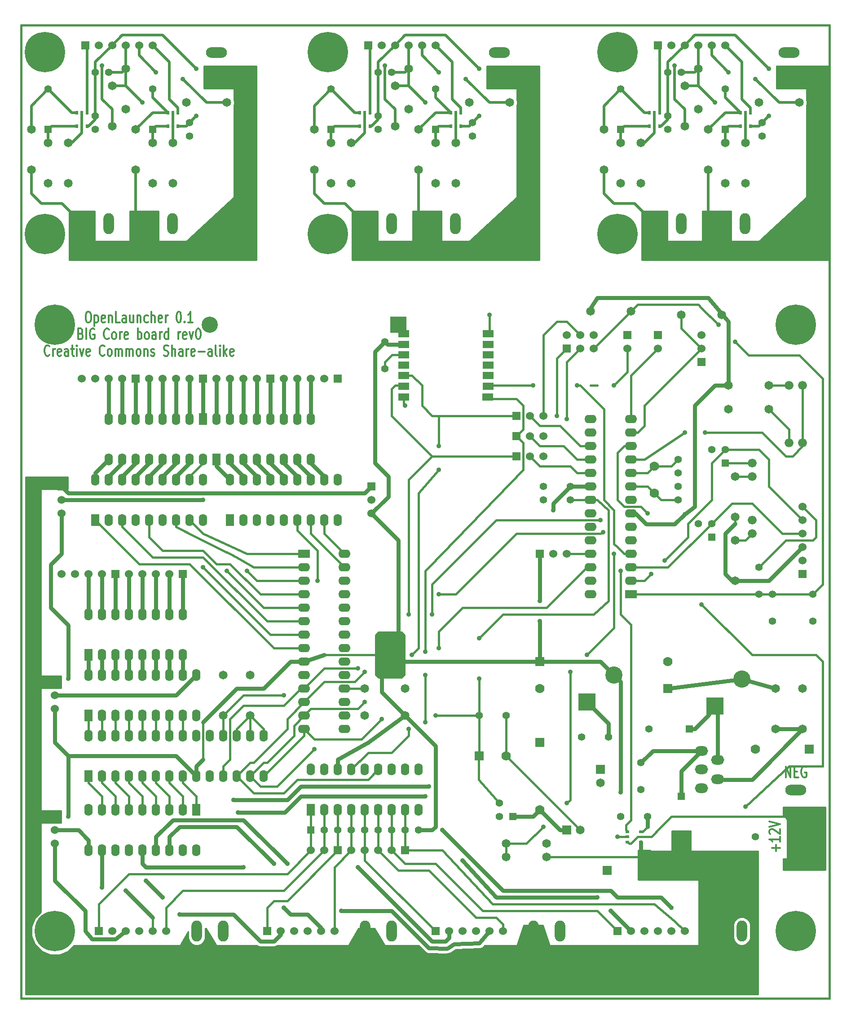
<source format=gtl>
G04 (created by PCBNEW-RS274X (2011-05-25)-stable) date Mon 18 Jun 2012 11:26:01 PM MDT*
G01*
G70*
G90*
%MOIN*%
G04 Gerber Fmt 3.4, Leading zero omitted, Abs format*
%FSLAX34Y34*%
G04 APERTURE LIST*
%ADD10C,0.006000*%
%ADD11C,0.015000*%
%ADD12C,0.012000*%
%ADD13R,0.020000X0.030000*%
%ADD14C,0.065000*%
%ADD15R,0.060000X0.060000*%
%ADD16C,0.060000*%
%ADD17R,0.055000X0.055000*%
%ADD18C,0.055000*%
%ADD19O,0.078000X0.156000*%
%ADD20O,0.156000X0.078000*%
%ADD21C,0.300000*%
%ADD22C,0.066000*%
%ADD23O,0.090000X0.062000*%
%ADD24R,0.090000X0.062000*%
%ADD25O,0.062000X0.090000*%
%ADD26R,0.062000X0.090000*%
%ADD27C,0.070000*%
%ADD28R,0.070000X0.070000*%
%ADD29R,0.078700X0.055100*%
%ADD30R,0.065000X0.065000*%
%ADD31R,0.030000X0.020000*%
%ADD32R,0.120000X0.120000*%
%ADD33C,0.120000*%
%ADD34O,0.098400X0.070900*%
%ADD35R,0.127600X0.127600*%
%ADD36C,0.127600*%
%ADD37C,0.035000*%
%ADD38C,0.015800*%
%ADD39C,0.020000*%
%ADD40C,0.030000*%
%ADD41C,0.010000*%
G04 APERTURE END LIST*
G54D10*
G54D11*
X68250Y-04750D02*
X68250Y-77000D01*
X08250Y-04750D02*
X68250Y-04750D01*
X08250Y-77000D02*
X08250Y-04750D01*
X68250Y-77000D02*
X08250Y-77000D01*
G54D12*
X65007Y-60574D02*
X65007Y-59774D01*
X65350Y-60574D01*
X65350Y-59774D01*
X65636Y-60155D02*
X65836Y-60155D01*
X65922Y-60574D02*
X65636Y-60574D01*
X65636Y-59774D01*
X65922Y-59774D01*
X66493Y-59812D02*
X66436Y-59774D01*
X66350Y-59774D01*
X66265Y-59812D01*
X66207Y-59888D01*
X66179Y-59964D01*
X66150Y-60117D01*
X66150Y-60231D01*
X66179Y-60383D01*
X66207Y-60460D01*
X66265Y-60536D01*
X66350Y-60574D01*
X66407Y-60574D01*
X66493Y-60536D01*
X66522Y-60498D01*
X66522Y-60231D01*
X66407Y-60231D01*
X64269Y-66056D02*
X64269Y-65599D01*
X64574Y-65828D02*
X63964Y-65828D01*
X64574Y-64999D02*
X64574Y-65342D01*
X64574Y-65170D02*
X63774Y-65170D01*
X63888Y-65227D01*
X63964Y-65285D01*
X64002Y-65342D01*
X63850Y-64771D02*
X63812Y-64742D01*
X63774Y-64685D01*
X63774Y-64542D01*
X63812Y-64485D01*
X63850Y-64456D01*
X63926Y-64428D01*
X64002Y-64428D01*
X64117Y-64456D01*
X64574Y-64799D01*
X64574Y-64428D01*
X63774Y-64257D02*
X64574Y-64057D01*
X63774Y-63857D01*
X13172Y-26024D02*
X13286Y-26024D01*
X13344Y-26062D01*
X13401Y-26138D01*
X13429Y-26290D01*
X13429Y-26557D01*
X13401Y-26710D01*
X13344Y-26786D01*
X13286Y-26824D01*
X13172Y-26824D01*
X13115Y-26786D01*
X13058Y-26710D01*
X13029Y-26557D01*
X13029Y-26290D01*
X13058Y-26138D01*
X13115Y-26062D01*
X13172Y-26024D01*
X13687Y-26290D02*
X13687Y-27090D01*
X13687Y-26329D02*
X13744Y-26290D01*
X13858Y-26290D01*
X13915Y-26329D01*
X13944Y-26367D01*
X13973Y-26443D01*
X13973Y-26671D01*
X13944Y-26748D01*
X13915Y-26786D01*
X13858Y-26824D01*
X13744Y-26824D01*
X13687Y-26786D01*
X14458Y-26786D02*
X14401Y-26824D01*
X14287Y-26824D01*
X14230Y-26786D01*
X14201Y-26710D01*
X14201Y-26405D01*
X14230Y-26329D01*
X14287Y-26290D01*
X14401Y-26290D01*
X14458Y-26329D01*
X14487Y-26405D01*
X14487Y-26481D01*
X14201Y-26557D01*
X14744Y-26290D02*
X14744Y-26824D01*
X14744Y-26367D02*
X14772Y-26329D01*
X14830Y-26290D01*
X14915Y-26290D01*
X14972Y-26329D01*
X15001Y-26405D01*
X15001Y-26824D01*
X15573Y-26824D02*
X15287Y-26824D01*
X15287Y-26024D01*
X16030Y-26824D02*
X16030Y-26405D01*
X16001Y-26329D01*
X15944Y-26290D01*
X15830Y-26290D01*
X15773Y-26329D01*
X16030Y-26786D02*
X15973Y-26824D01*
X15830Y-26824D01*
X15773Y-26786D01*
X15744Y-26710D01*
X15744Y-26633D01*
X15773Y-26557D01*
X15830Y-26519D01*
X15973Y-26519D01*
X16030Y-26481D01*
X16573Y-26290D02*
X16573Y-26824D01*
X16316Y-26290D02*
X16316Y-26710D01*
X16344Y-26786D01*
X16402Y-26824D01*
X16487Y-26824D01*
X16544Y-26786D01*
X16573Y-26748D01*
X16859Y-26290D02*
X16859Y-26824D01*
X16859Y-26367D02*
X16887Y-26329D01*
X16945Y-26290D01*
X17030Y-26290D01*
X17087Y-26329D01*
X17116Y-26405D01*
X17116Y-26824D01*
X17659Y-26786D02*
X17602Y-26824D01*
X17488Y-26824D01*
X17430Y-26786D01*
X17402Y-26748D01*
X17373Y-26671D01*
X17373Y-26443D01*
X17402Y-26367D01*
X17430Y-26329D01*
X17488Y-26290D01*
X17602Y-26290D01*
X17659Y-26329D01*
X17916Y-26824D02*
X17916Y-26024D01*
X18173Y-26824D02*
X18173Y-26405D01*
X18144Y-26329D01*
X18087Y-26290D01*
X18002Y-26290D01*
X17944Y-26329D01*
X17916Y-26367D01*
X18687Y-26786D02*
X18630Y-26824D01*
X18516Y-26824D01*
X18459Y-26786D01*
X18430Y-26710D01*
X18430Y-26405D01*
X18459Y-26329D01*
X18516Y-26290D01*
X18630Y-26290D01*
X18687Y-26329D01*
X18716Y-26405D01*
X18716Y-26481D01*
X18430Y-26557D01*
X18973Y-26824D02*
X18973Y-26290D01*
X18973Y-26443D02*
X19001Y-26367D01*
X19030Y-26329D01*
X19087Y-26290D01*
X19144Y-26290D01*
X19915Y-26024D02*
X19972Y-26024D01*
X20029Y-26062D01*
X20058Y-26100D01*
X20087Y-26176D01*
X20115Y-26329D01*
X20115Y-26519D01*
X20087Y-26671D01*
X20058Y-26748D01*
X20029Y-26786D01*
X19972Y-26824D01*
X19915Y-26824D01*
X19858Y-26786D01*
X19829Y-26748D01*
X19801Y-26671D01*
X19772Y-26519D01*
X19772Y-26329D01*
X19801Y-26176D01*
X19829Y-26100D01*
X19858Y-26062D01*
X19915Y-26024D01*
X20372Y-26748D02*
X20400Y-26786D01*
X20372Y-26824D01*
X20343Y-26786D01*
X20372Y-26748D01*
X20372Y-26824D01*
X20972Y-26824D02*
X20629Y-26824D01*
X20801Y-26824D02*
X20801Y-26024D01*
X20744Y-26138D01*
X20686Y-26214D01*
X20629Y-26252D01*
X12673Y-27645D02*
X12759Y-27683D01*
X12787Y-27721D01*
X12816Y-27797D01*
X12816Y-27911D01*
X12787Y-27988D01*
X12759Y-28026D01*
X12701Y-28064D01*
X12473Y-28064D01*
X12473Y-27264D01*
X12673Y-27264D01*
X12730Y-27302D01*
X12759Y-27340D01*
X12787Y-27416D01*
X12787Y-27492D01*
X12759Y-27569D01*
X12730Y-27607D01*
X12673Y-27645D01*
X12473Y-27645D01*
X13073Y-28064D02*
X13073Y-27264D01*
X13673Y-27302D02*
X13616Y-27264D01*
X13530Y-27264D01*
X13445Y-27302D01*
X13387Y-27378D01*
X13359Y-27454D01*
X13330Y-27607D01*
X13330Y-27721D01*
X13359Y-27873D01*
X13387Y-27950D01*
X13445Y-28026D01*
X13530Y-28064D01*
X13587Y-28064D01*
X13673Y-28026D01*
X13702Y-27988D01*
X13702Y-27721D01*
X13587Y-27721D01*
X14759Y-27988D02*
X14730Y-28026D01*
X14644Y-28064D01*
X14587Y-28064D01*
X14502Y-28026D01*
X14444Y-27950D01*
X14416Y-27873D01*
X14387Y-27721D01*
X14387Y-27607D01*
X14416Y-27454D01*
X14444Y-27378D01*
X14502Y-27302D01*
X14587Y-27264D01*
X14644Y-27264D01*
X14730Y-27302D01*
X14759Y-27340D01*
X15102Y-28064D02*
X15044Y-28026D01*
X15016Y-27988D01*
X14987Y-27911D01*
X14987Y-27683D01*
X15016Y-27607D01*
X15044Y-27569D01*
X15102Y-27530D01*
X15187Y-27530D01*
X15244Y-27569D01*
X15273Y-27607D01*
X15302Y-27683D01*
X15302Y-27911D01*
X15273Y-27988D01*
X15244Y-28026D01*
X15187Y-28064D01*
X15102Y-28064D01*
X15559Y-28064D02*
X15559Y-27530D01*
X15559Y-27683D02*
X15587Y-27607D01*
X15616Y-27569D01*
X15673Y-27530D01*
X15730Y-27530D01*
X16158Y-28026D02*
X16101Y-28064D01*
X15987Y-28064D01*
X15930Y-28026D01*
X15901Y-27950D01*
X15901Y-27645D01*
X15930Y-27569D01*
X15987Y-27530D01*
X16101Y-27530D01*
X16158Y-27569D01*
X16187Y-27645D01*
X16187Y-27721D01*
X15901Y-27797D01*
X16901Y-28064D02*
X16901Y-27264D01*
X16901Y-27569D02*
X16958Y-27530D01*
X17072Y-27530D01*
X17129Y-27569D01*
X17158Y-27607D01*
X17187Y-27683D01*
X17187Y-27911D01*
X17158Y-27988D01*
X17129Y-28026D01*
X17072Y-28064D01*
X16958Y-28064D01*
X16901Y-28026D01*
X17530Y-28064D02*
X17472Y-28026D01*
X17444Y-27988D01*
X17415Y-27911D01*
X17415Y-27683D01*
X17444Y-27607D01*
X17472Y-27569D01*
X17530Y-27530D01*
X17615Y-27530D01*
X17672Y-27569D01*
X17701Y-27607D01*
X17730Y-27683D01*
X17730Y-27911D01*
X17701Y-27988D01*
X17672Y-28026D01*
X17615Y-28064D01*
X17530Y-28064D01*
X18244Y-28064D02*
X18244Y-27645D01*
X18215Y-27569D01*
X18158Y-27530D01*
X18044Y-27530D01*
X17987Y-27569D01*
X18244Y-28026D02*
X18187Y-28064D01*
X18044Y-28064D01*
X17987Y-28026D01*
X17958Y-27950D01*
X17958Y-27873D01*
X17987Y-27797D01*
X18044Y-27759D01*
X18187Y-27759D01*
X18244Y-27721D01*
X18530Y-28064D02*
X18530Y-27530D01*
X18530Y-27683D02*
X18558Y-27607D01*
X18587Y-27569D01*
X18644Y-27530D01*
X18701Y-27530D01*
X19158Y-28064D02*
X19158Y-27264D01*
X19158Y-28026D02*
X19101Y-28064D01*
X18987Y-28064D01*
X18929Y-28026D01*
X18901Y-27988D01*
X18872Y-27911D01*
X18872Y-27683D01*
X18901Y-27607D01*
X18929Y-27569D01*
X18987Y-27530D01*
X19101Y-27530D01*
X19158Y-27569D01*
X19901Y-28064D02*
X19901Y-27530D01*
X19901Y-27683D02*
X19929Y-27607D01*
X19958Y-27569D01*
X20015Y-27530D01*
X20072Y-27530D01*
X20500Y-28026D02*
X20443Y-28064D01*
X20329Y-28064D01*
X20272Y-28026D01*
X20243Y-27950D01*
X20243Y-27645D01*
X20272Y-27569D01*
X20329Y-27530D01*
X20443Y-27530D01*
X20500Y-27569D01*
X20529Y-27645D01*
X20529Y-27721D01*
X20243Y-27797D01*
X20729Y-27530D02*
X20872Y-28064D01*
X21014Y-27530D01*
X21357Y-27264D02*
X21414Y-27264D01*
X21471Y-27302D01*
X21500Y-27340D01*
X21529Y-27416D01*
X21557Y-27569D01*
X21557Y-27759D01*
X21529Y-27911D01*
X21500Y-27988D01*
X21471Y-28026D01*
X21414Y-28064D01*
X21357Y-28064D01*
X21300Y-28026D01*
X21271Y-27988D01*
X21243Y-27911D01*
X21214Y-27759D01*
X21214Y-27569D01*
X21243Y-27416D01*
X21271Y-27340D01*
X21300Y-27302D01*
X21357Y-27264D01*
X10344Y-29228D02*
X10315Y-29266D01*
X10229Y-29304D01*
X10172Y-29304D01*
X10087Y-29266D01*
X10029Y-29190D01*
X10001Y-29113D01*
X09972Y-28961D01*
X09972Y-28847D01*
X10001Y-28694D01*
X10029Y-28618D01*
X10087Y-28542D01*
X10172Y-28504D01*
X10229Y-28504D01*
X10315Y-28542D01*
X10344Y-28580D01*
X10601Y-29304D02*
X10601Y-28770D01*
X10601Y-28923D02*
X10629Y-28847D01*
X10658Y-28809D01*
X10715Y-28770D01*
X10772Y-28770D01*
X11200Y-29266D02*
X11143Y-29304D01*
X11029Y-29304D01*
X10972Y-29266D01*
X10943Y-29190D01*
X10943Y-28885D01*
X10972Y-28809D01*
X11029Y-28770D01*
X11143Y-28770D01*
X11200Y-28809D01*
X11229Y-28885D01*
X11229Y-28961D01*
X10943Y-29037D01*
X11743Y-29304D02*
X11743Y-28885D01*
X11714Y-28809D01*
X11657Y-28770D01*
X11543Y-28770D01*
X11486Y-28809D01*
X11743Y-29266D02*
X11686Y-29304D01*
X11543Y-29304D01*
X11486Y-29266D01*
X11457Y-29190D01*
X11457Y-29113D01*
X11486Y-29037D01*
X11543Y-28999D01*
X11686Y-28999D01*
X11743Y-28961D01*
X11943Y-28770D02*
X12172Y-28770D01*
X12029Y-28504D02*
X12029Y-29190D01*
X12057Y-29266D01*
X12115Y-29304D01*
X12172Y-29304D01*
X12372Y-29304D02*
X12372Y-28770D01*
X12372Y-28504D02*
X12343Y-28542D01*
X12372Y-28580D01*
X12400Y-28542D01*
X12372Y-28504D01*
X12372Y-28580D01*
X12601Y-28770D02*
X12744Y-29304D01*
X12886Y-28770D01*
X13343Y-29266D02*
X13286Y-29304D01*
X13172Y-29304D01*
X13115Y-29266D01*
X13086Y-29190D01*
X13086Y-28885D01*
X13115Y-28809D01*
X13172Y-28770D01*
X13286Y-28770D01*
X13343Y-28809D01*
X13372Y-28885D01*
X13372Y-28961D01*
X13086Y-29037D01*
X14429Y-29228D02*
X14400Y-29266D01*
X14314Y-29304D01*
X14257Y-29304D01*
X14172Y-29266D01*
X14114Y-29190D01*
X14086Y-29113D01*
X14057Y-28961D01*
X14057Y-28847D01*
X14086Y-28694D01*
X14114Y-28618D01*
X14172Y-28542D01*
X14257Y-28504D01*
X14314Y-28504D01*
X14400Y-28542D01*
X14429Y-28580D01*
X14772Y-29304D02*
X14714Y-29266D01*
X14686Y-29228D01*
X14657Y-29151D01*
X14657Y-28923D01*
X14686Y-28847D01*
X14714Y-28809D01*
X14772Y-28770D01*
X14857Y-28770D01*
X14914Y-28809D01*
X14943Y-28847D01*
X14972Y-28923D01*
X14972Y-29151D01*
X14943Y-29228D01*
X14914Y-29266D01*
X14857Y-29304D01*
X14772Y-29304D01*
X15229Y-29304D02*
X15229Y-28770D01*
X15229Y-28847D02*
X15257Y-28809D01*
X15315Y-28770D01*
X15400Y-28770D01*
X15457Y-28809D01*
X15486Y-28885D01*
X15486Y-29304D01*
X15486Y-28885D02*
X15515Y-28809D01*
X15572Y-28770D01*
X15657Y-28770D01*
X15715Y-28809D01*
X15743Y-28885D01*
X15743Y-29304D01*
X16029Y-29304D02*
X16029Y-28770D01*
X16029Y-28847D02*
X16057Y-28809D01*
X16115Y-28770D01*
X16200Y-28770D01*
X16257Y-28809D01*
X16286Y-28885D01*
X16286Y-29304D01*
X16286Y-28885D02*
X16315Y-28809D01*
X16372Y-28770D01*
X16457Y-28770D01*
X16515Y-28809D01*
X16543Y-28885D01*
X16543Y-29304D01*
X16915Y-29304D02*
X16857Y-29266D01*
X16829Y-29228D01*
X16800Y-29151D01*
X16800Y-28923D01*
X16829Y-28847D01*
X16857Y-28809D01*
X16915Y-28770D01*
X17000Y-28770D01*
X17057Y-28809D01*
X17086Y-28847D01*
X17115Y-28923D01*
X17115Y-29151D01*
X17086Y-29228D01*
X17057Y-29266D01*
X17000Y-29304D01*
X16915Y-29304D01*
X17372Y-28770D02*
X17372Y-29304D01*
X17372Y-28847D02*
X17400Y-28809D01*
X17458Y-28770D01*
X17543Y-28770D01*
X17600Y-28809D01*
X17629Y-28885D01*
X17629Y-29304D01*
X17886Y-29266D02*
X17943Y-29304D01*
X18058Y-29304D01*
X18115Y-29266D01*
X18143Y-29190D01*
X18143Y-29151D01*
X18115Y-29075D01*
X18058Y-29037D01*
X17972Y-29037D01*
X17915Y-28999D01*
X17886Y-28923D01*
X17886Y-28885D01*
X17915Y-28809D01*
X17972Y-28770D01*
X18058Y-28770D01*
X18115Y-28809D01*
X18829Y-29266D02*
X18915Y-29304D01*
X19058Y-29304D01*
X19115Y-29266D01*
X19144Y-29228D01*
X19172Y-29151D01*
X19172Y-29075D01*
X19144Y-28999D01*
X19115Y-28961D01*
X19058Y-28923D01*
X18944Y-28885D01*
X18886Y-28847D01*
X18858Y-28809D01*
X18829Y-28732D01*
X18829Y-28656D01*
X18858Y-28580D01*
X18886Y-28542D01*
X18944Y-28504D01*
X19086Y-28504D01*
X19172Y-28542D01*
X19429Y-29304D02*
X19429Y-28504D01*
X19686Y-29304D02*
X19686Y-28885D01*
X19657Y-28809D01*
X19600Y-28770D01*
X19515Y-28770D01*
X19457Y-28809D01*
X19429Y-28847D01*
X20229Y-29304D02*
X20229Y-28885D01*
X20200Y-28809D01*
X20143Y-28770D01*
X20029Y-28770D01*
X19972Y-28809D01*
X20229Y-29266D02*
X20172Y-29304D01*
X20029Y-29304D01*
X19972Y-29266D01*
X19943Y-29190D01*
X19943Y-29113D01*
X19972Y-29037D01*
X20029Y-28999D01*
X20172Y-28999D01*
X20229Y-28961D01*
X20515Y-29304D02*
X20515Y-28770D01*
X20515Y-28923D02*
X20543Y-28847D01*
X20572Y-28809D01*
X20629Y-28770D01*
X20686Y-28770D01*
X21114Y-29266D02*
X21057Y-29304D01*
X20943Y-29304D01*
X20886Y-29266D01*
X20857Y-29190D01*
X20857Y-28885D01*
X20886Y-28809D01*
X20943Y-28770D01*
X21057Y-28770D01*
X21114Y-28809D01*
X21143Y-28885D01*
X21143Y-28961D01*
X20857Y-29037D01*
X21400Y-28999D02*
X21857Y-28999D01*
X22400Y-29304D02*
X22400Y-28885D01*
X22371Y-28809D01*
X22314Y-28770D01*
X22200Y-28770D01*
X22143Y-28809D01*
X22400Y-29266D02*
X22343Y-29304D01*
X22200Y-29304D01*
X22143Y-29266D01*
X22114Y-29190D01*
X22114Y-29113D01*
X22143Y-29037D01*
X22200Y-28999D01*
X22343Y-28999D01*
X22400Y-28961D01*
X22772Y-29304D02*
X22714Y-29266D01*
X22686Y-29190D01*
X22686Y-28504D01*
X23000Y-29304D02*
X23000Y-28770D01*
X23000Y-28504D02*
X22971Y-28542D01*
X23000Y-28580D01*
X23028Y-28542D01*
X23000Y-28504D01*
X23000Y-28580D01*
X23286Y-29304D02*
X23286Y-28504D01*
X23343Y-28999D02*
X23514Y-29304D01*
X23514Y-28770D02*
X23286Y-29075D01*
X24000Y-29266D02*
X23943Y-29304D01*
X23829Y-29304D01*
X23772Y-29266D01*
X23743Y-29190D01*
X23743Y-28885D01*
X23772Y-28809D01*
X23829Y-28770D01*
X23943Y-28770D01*
X24000Y-28809D01*
X24029Y-28885D01*
X24029Y-28961D01*
X23743Y-29037D01*
G54D13*
X62375Y-11250D03*
X61625Y-11250D03*
X62375Y-12250D03*
X62000Y-11250D03*
X61625Y-12250D03*
X55625Y-11250D03*
X54875Y-11250D03*
X55625Y-12250D03*
X55250Y-11250D03*
X54875Y-12250D03*
G54D14*
X52750Y-13500D03*
X52750Y-16500D03*
X63000Y-10500D03*
X66000Y-10500D03*
X57500Y-12250D03*
X57500Y-09250D03*
X62000Y-16500D03*
X62000Y-13500D03*
X54250Y-16500D03*
X54250Y-13500D03*
X60500Y-13500D03*
X60500Y-16500D03*
X59250Y-12500D03*
X59250Y-15500D03*
X51500Y-12500D03*
X51500Y-15500D03*
X58500Y-08000D03*
X58500Y-11000D03*
G54D15*
X55500Y-06250D03*
G54D16*
X56500Y-06250D03*
X57500Y-06250D03*
X58500Y-06250D03*
X59500Y-06250D03*
X60500Y-06250D03*
G54D17*
X52750Y-12500D03*
G54D18*
X52750Y-09500D03*
G54D19*
X55260Y-19500D03*
X57230Y-19500D03*
X60010Y-19500D03*
X61980Y-19500D03*
G54D20*
X65250Y-08740D03*
X65250Y-06770D03*
G54D21*
X66500Y-20250D03*
X52500Y-06750D03*
X52500Y-20250D03*
G54D18*
X56250Y-08250D03*
X57250Y-08250D03*
X56250Y-11500D03*
X56250Y-12500D03*
X63250Y-12000D03*
X63250Y-13000D03*
G54D17*
X60500Y-12500D03*
G54D18*
X60500Y-09500D03*
G54D17*
X39000Y-12500D03*
G54D18*
X39000Y-09500D03*
X41750Y-12000D03*
X41750Y-13000D03*
X34750Y-11500D03*
X34750Y-12500D03*
X34750Y-08250D03*
X35750Y-08250D03*
G54D21*
X31000Y-20250D03*
X31000Y-06750D03*
X45000Y-20250D03*
G54D20*
X43750Y-08740D03*
X43750Y-06770D03*
G54D19*
X38510Y-19500D03*
X40480Y-19500D03*
X33760Y-19500D03*
X35730Y-19500D03*
G54D17*
X31250Y-12500D03*
G54D18*
X31250Y-09500D03*
G54D15*
X34000Y-06250D03*
G54D16*
X35000Y-06250D03*
X36000Y-06250D03*
X37000Y-06250D03*
X38000Y-06250D03*
X39000Y-06250D03*
G54D14*
X37000Y-08000D03*
X37000Y-11000D03*
X30000Y-12500D03*
X30000Y-15500D03*
X37750Y-12500D03*
X37750Y-15500D03*
X39000Y-13500D03*
X39000Y-16500D03*
X32750Y-16500D03*
X32750Y-13500D03*
X40500Y-16500D03*
X40500Y-13500D03*
X36000Y-12250D03*
X36000Y-09250D03*
X41500Y-10500D03*
X44500Y-10500D03*
X31250Y-13500D03*
X31250Y-16500D03*
G54D13*
X34125Y-11250D03*
X33375Y-11250D03*
X34125Y-12250D03*
X33750Y-11250D03*
X33375Y-12250D03*
X40875Y-11250D03*
X40125Y-11250D03*
X40875Y-12250D03*
X40500Y-11250D03*
X40125Y-12250D03*
G54D15*
X45000Y-35250D03*
G54D16*
X46000Y-35250D03*
X47000Y-35250D03*
G54D15*
X45000Y-36750D03*
G54D16*
X46000Y-36750D03*
X47000Y-36750D03*
G54D15*
X45000Y-33750D03*
G54D16*
X46000Y-33750D03*
X47000Y-33750D03*
G54D15*
X14000Y-72000D03*
G54D16*
X15000Y-72000D03*
X16000Y-72000D03*
X17000Y-72000D03*
X18000Y-72000D03*
X19000Y-72000D03*
G54D15*
X26500Y-72000D03*
G54D16*
X27500Y-72000D03*
X28500Y-72000D03*
X29500Y-72000D03*
X30500Y-72000D03*
X31500Y-72000D03*
G54D22*
X65250Y-31500D03*
X66250Y-31500D03*
X66250Y-35750D03*
X65250Y-35750D03*
G54D23*
X29250Y-45000D03*
X29250Y-46000D03*
X29250Y-47000D03*
X29250Y-48000D03*
X29250Y-49000D03*
X29250Y-50000D03*
X29250Y-51000D03*
X29250Y-52000D03*
X29250Y-53000D03*
X29250Y-54000D03*
X29250Y-55000D03*
X29250Y-56000D03*
X29250Y-57000D03*
G54D24*
X29250Y-44000D03*
G54D23*
X32250Y-57000D03*
X32250Y-56000D03*
X32250Y-55000D03*
X32250Y-54000D03*
X32250Y-53000D03*
X32250Y-52000D03*
X32250Y-51000D03*
X32250Y-50000D03*
X32250Y-49000D03*
X32250Y-48000D03*
X32250Y-47000D03*
X32250Y-46000D03*
X32250Y-45000D03*
X32250Y-44000D03*
G54D25*
X14250Y-60500D03*
X15250Y-60500D03*
X16250Y-60500D03*
X17250Y-60500D03*
X18250Y-60500D03*
X19250Y-60500D03*
X20250Y-60500D03*
X21250Y-60500D03*
X22250Y-60500D03*
X23250Y-60500D03*
X24250Y-60500D03*
X25250Y-60500D03*
X26250Y-60500D03*
G54D26*
X13250Y-60500D03*
G54D25*
X26250Y-57500D03*
X25250Y-57500D03*
X24250Y-57500D03*
X23250Y-57500D03*
X22250Y-57500D03*
X21250Y-57500D03*
X20250Y-57500D03*
X19250Y-57500D03*
X18250Y-57500D03*
X17250Y-57500D03*
X16250Y-57500D03*
X15250Y-57500D03*
X14250Y-57500D03*
X13250Y-57500D03*
G54D26*
X29750Y-63000D03*
G54D25*
X30750Y-63000D03*
X31750Y-63000D03*
X32750Y-63000D03*
X33750Y-63000D03*
X34750Y-63000D03*
X35750Y-63000D03*
X36750Y-63000D03*
X37750Y-63000D03*
X37750Y-60000D03*
X36750Y-60000D03*
X35750Y-60000D03*
X34750Y-60000D03*
X33750Y-60000D03*
X32750Y-60000D03*
X31750Y-60000D03*
X30750Y-60000D03*
X29750Y-60000D03*
G54D27*
X62750Y-58500D03*
G54D28*
X66750Y-58500D03*
G54D17*
X65750Y-65000D03*
G54D18*
X62750Y-65000D03*
X49000Y-39000D03*
X47000Y-39000D03*
X54750Y-63500D03*
X52750Y-63500D03*
X35250Y-30250D03*
X35250Y-28250D03*
X57000Y-39000D03*
X57000Y-40000D03*
X49850Y-57600D03*
X51850Y-57600D03*
X57000Y-38000D03*
X57000Y-37000D03*
G54D15*
X39000Y-72000D03*
G54D16*
X40000Y-72000D03*
X41000Y-72000D03*
X42000Y-72000D03*
X43000Y-72000D03*
X44000Y-72000D03*
G54D28*
X46750Y-52000D03*
G54D27*
X46750Y-54000D03*
G54D18*
X63000Y-47000D03*
X63000Y-45000D03*
G54D27*
X46750Y-63000D03*
G54D28*
X46750Y-58000D03*
G54D27*
X55750Y-67500D03*
G54D28*
X51750Y-67500D03*
G54D17*
X57250Y-62000D03*
G54D18*
X57250Y-65000D03*
G54D17*
X57850Y-57000D03*
G54D18*
X54850Y-57000D03*
G54D15*
X52500Y-72000D03*
G54D16*
X53500Y-72000D03*
X54500Y-72000D03*
X55500Y-72000D03*
X56500Y-72000D03*
X57500Y-72000D03*
G54D29*
X42880Y-32343D03*
X42891Y-31555D03*
X42891Y-30768D03*
X42891Y-30000D03*
X42891Y-29232D03*
X42891Y-28445D03*
X42891Y-27657D03*
X36631Y-27657D03*
X36631Y-28445D03*
X36631Y-29232D03*
X36631Y-30000D03*
X36631Y-30768D03*
X36631Y-31555D03*
X36631Y-32343D03*
G54D23*
X53500Y-46000D03*
X53500Y-45000D03*
X53500Y-44000D03*
X53500Y-43000D03*
X53500Y-42000D03*
X53500Y-41000D03*
X53500Y-40000D03*
X53500Y-39000D03*
X53500Y-38000D03*
X53500Y-37000D03*
X53500Y-36000D03*
X53500Y-35000D03*
X53500Y-34000D03*
G54D24*
X53500Y-47000D03*
G54D23*
X50500Y-34000D03*
X50500Y-35000D03*
X50500Y-36000D03*
X50500Y-37000D03*
X50500Y-38000D03*
X50500Y-39000D03*
X50500Y-40000D03*
X50500Y-41000D03*
X50500Y-42000D03*
X50500Y-43000D03*
X50500Y-44000D03*
X50500Y-45000D03*
X50500Y-46000D03*
X50500Y-47000D03*
G54D15*
X48750Y-28750D03*
G54D16*
X48750Y-27750D03*
X49750Y-28750D03*
X49750Y-27750D03*
X50750Y-28750D03*
X50750Y-27750D03*
G54D18*
X67000Y-47000D03*
X67000Y-49000D03*
X64000Y-47000D03*
X64000Y-49000D03*
G54D20*
X65750Y-63490D03*
X65750Y-61520D03*
G54D30*
X48750Y-64500D03*
G54D14*
X49750Y-64500D03*
G54D28*
X42250Y-59000D03*
G54D27*
X44250Y-59000D03*
G54D18*
X44250Y-56000D03*
X42250Y-56000D03*
G54D28*
X56250Y-54000D03*
G54D27*
X56250Y-52000D03*
G54D30*
X51250Y-60000D03*
G54D14*
X51250Y-61000D03*
G54D18*
X54250Y-61500D03*
X54250Y-59500D03*
X47000Y-40000D03*
X49000Y-40000D03*
G54D14*
X47250Y-66500D03*
X44250Y-66500D03*
X44250Y-65500D03*
X47250Y-65500D03*
X66250Y-54000D03*
X66250Y-57000D03*
X64250Y-57000D03*
X64250Y-54000D03*
X25250Y-56000D03*
X25250Y-53000D03*
X50500Y-26000D03*
X53500Y-26000D03*
G54D17*
X44750Y-63500D03*
G54D18*
X43750Y-63500D03*
X43750Y-62500D03*
G54D31*
X53250Y-64625D03*
X53250Y-65375D03*
X54250Y-64625D03*
X53250Y-65000D03*
X54250Y-65375D03*
G54D27*
X55250Y-37500D03*
X55250Y-39500D03*
G54D26*
X23750Y-41500D03*
G54D25*
X24750Y-41500D03*
X25750Y-41500D03*
X26750Y-41500D03*
X27750Y-41500D03*
X28750Y-41500D03*
X29750Y-41500D03*
X30750Y-41500D03*
X31750Y-41500D03*
X31750Y-38500D03*
X30750Y-38500D03*
X29750Y-38500D03*
X28750Y-38500D03*
X27750Y-38500D03*
X26750Y-38500D03*
X25750Y-38500D03*
X24750Y-38500D03*
X23750Y-38500D03*
G54D26*
X13750Y-41500D03*
G54D25*
X14750Y-41500D03*
X15750Y-41500D03*
X16750Y-41500D03*
X17750Y-41500D03*
X18750Y-41500D03*
X19750Y-41500D03*
X20750Y-41500D03*
X21750Y-41500D03*
X21750Y-38500D03*
X20750Y-38500D03*
X19750Y-38500D03*
X18750Y-38500D03*
X17750Y-38500D03*
X16750Y-38500D03*
X15750Y-38500D03*
X14750Y-38500D03*
X13750Y-38500D03*
G54D26*
X13250Y-56000D03*
G54D25*
X14250Y-56000D03*
X15250Y-56000D03*
X16250Y-56000D03*
X17250Y-56000D03*
X18250Y-56000D03*
X19250Y-56000D03*
X20250Y-56000D03*
X21250Y-56000D03*
X21250Y-53000D03*
X20250Y-53000D03*
X19250Y-53000D03*
X18250Y-53000D03*
X17250Y-53000D03*
X16250Y-53000D03*
X15250Y-53000D03*
X14250Y-53000D03*
X13250Y-53000D03*
G54D26*
X21250Y-63000D03*
G54D25*
X20250Y-63000D03*
X19250Y-63000D03*
X18250Y-63000D03*
X17250Y-63000D03*
X16250Y-63000D03*
X15250Y-63000D03*
X14250Y-63000D03*
X13250Y-63000D03*
X13250Y-66000D03*
X14250Y-66000D03*
X15250Y-66000D03*
X16250Y-66000D03*
X17250Y-66000D03*
X18250Y-66000D03*
X19250Y-66000D03*
X20250Y-66000D03*
X21250Y-66000D03*
G54D14*
X63750Y-33250D03*
X60750Y-33250D03*
X63750Y-31500D03*
X60750Y-31500D03*
G54D32*
X36250Y-27000D03*
G54D33*
X22250Y-27000D03*
G54D14*
X33750Y-56000D03*
X36750Y-56000D03*
G54D19*
X21270Y-72000D03*
X23240Y-72000D03*
X59760Y-72000D03*
X61730Y-72000D03*
X33760Y-72000D03*
X35730Y-72000D03*
X46260Y-72000D03*
X48230Y-72000D03*
G54D26*
X21750Y-34000D03*
G54D25*
X20750Y-34000D03*
X19750Y-34000D03*
X18750Y-34000D03*
X17750Y-34000D03*
X16750Y-34000D03*
X15750Y-34000D03*
X14750Y-34000D03*
X14750Y-37000D03*
X15750Y-37000D03*
X16750Y-37000D03*
X17750Y-37000D03*
X18750Y-37000D03*
X19750Y-37000D03*
X20750Y-37000D03*
X21750Y-37000D03*
G54D26*
X22750Y-37000D03*
G54D25*
X23750Y-37000D03*
X24750Y-37000D03*
X25750Y-37000D03*
X26750Y-37000D03*
X27750Y-37000D03*
X28750Y-37000D03*
X29750Y-37000D03*
X29750Y-34000D03*
X28750Y-34000D03*
X27750Y-34000D03*
X26750Y-34000D03*
X25750Y-34000D03*
X24750Y-34000D03*
X23750Y-34000D03*
X22750Y-34000D03*
G54D15*
X66250Y-45500D03*
G54D16*
X66250Y-44500D03*
X66250Y-43500D03*
X66250Y-42500D03*
X66250Y-41500D03*
X66250Y-40500D03*
G54D34*
X58754Y-60000D03*
X58754Y-58622D03*
X58754Y-61378D03*
X59935Y-60709D03*
X59935Y-59291D03*
G54D21*
X10750Y-27000D03*
X65750Y-27000D03*
X10750Y-72000D03*
X65750Y-72000D03*
G54D17*
X29750Y-64500D03*
G54D18*
X30750Y-64500D03*
X31750Y-64500D03*
X32750Y-64500D03*
X33750Y-64500D03*
X34750Y-64500D03*
X35750Y-64500D03*
X36750Y-64500D03*
X37750Y-64500D03*
G54D14*
X61250Y-41250D03*
X61250Y-38250D03*
X61250Y-43000D03*
X61250Y-46000D03*
X33750Y-54000D03*
X36750Y-54000D03*
X23250Y-56000D03*
X23250Y-53000D03*
G54D15*
X31750Y-66000D03*
G54D16*
X30750Y-66000D03*
X29750Y-66000D03*
G54D15*
X34250Y-39000D03*
G54D16*
X34250Y-40000D03*
X34250Y-41000D03*
G54D15*
X11250Y-39000D03*
G54D16*
X11250Y-40000D03*
X11250Y-41000D03*
G54D15*
X10750Y-53500D03*
G54D16*
X10750Y-54500D03*
X10750Y-55500D03*
G54D15*
X10750Y-63500D03*
G54D16*
X10750Y-64500D03*
X10750Y-65500D03*
G54D22*
X62500Y-42500D03*
X62500Y-41500D03*
X62500Y-38250D03*
X62500Y-37250D03*
G54D26*
X13250Y-51500D03*
G54D25*
X14250Y-51500D03*
X15250Y-51500D03*
X16250Y-51500D03*
X17250Y-51500D03*
X18250Y-51500D03*
X19250Y-51500D03*
X20250Y-51500D03*
X20250Y-48500D03*
X19250Y-48500D03*
X18250Y-48500D03*
X17250Y-48500D03*
X16250Y-48500D03*
X15250Y-48500D03*
X14250Y-48500D03*
X13250Y-48500D03*
G54D15*
X21750Y-31000D03*
G54D16*
X20750Y-31000D03*
X19750Y-31000D03*
X18750Y-31000D03*
X17750Y-31000D03*
G54D15*
X31750Y-31000D03*
G54D16*
X30750Y-31000D03*
X29750Y-31000D03*
X28750Y-31000D03*
X27750Y-31000D03*
G54D15*
X36750Y-66000D03*
G54D16*
X35750Y-66000D03*
X34750Y-66000D03*
X33750Y-66000D03*
X32750Y-66000D03*
G54D15*
X20250Y-45500D03*
G54D16*
X19250Y-45500D03*
X18250Y-45500D03*
X17250Y-45500D03*
X16250Y-45500D03*
G54D17*
X59500Y-42750D03*
G54D18*
X59500Y-41750D03*
X58500Y-41750D03*
G54D17*
X60500Y-37250D03*
G54D18*
X60500Y-36250D03*
X59500Y-36250D03*
G54D15*
X55500Y-27750D03*
G54D16*
X55500Y-28750D03*
G54D15*
X53250Y-27750D03*
G54D16*
X53250Y-28750D03*
G54D15*
X16750Y-31000D03*
G54D16*
X15750Y-31000D03*
X14750Y-31000D03*
X13750Y-31000D03*
X12750Y-31000D03*
G54D15*
X26750Y-31000D03*
G54D16*
X25750Y-31000D03*
X24750Y-31000D03*
X23750Y-31000D03*
X22750Y-31000D03*
G54D15*
X15250Y-45500D03*
G54D16*
X14250Y-45500D03*
X13250Y-45500D03*
X12250Y-45500D03*
X11250Y-45500D03*
G54D14*
X57250Y-26250D03*
X60250Y-26250D03*
G54D15*
X46750Y-44000D03*
G54D16*
X47750Y-44000D03*
X48750Y-44000D03*
G54D15*
X58750Y-29750D03*
G54D16*
X58750Y-28750D03*
X58750Y-27750D03*
G54D27*
X58550Y-66600D03*
X65550Y-66600D03*
G54D35*
X50250Y-55000D03*
G54D36*
X52250Y-53000D03*
G54D35*
X59750Y-55300D03*
G54D36*
X61750Y-53300D03*
G54D13*
X19875Y-11250D03*
X19125Y-11250D03*
X19875Y-12250D03*
X19500Y-11250D03*
X19125Y-12250D03*
X13125Y-11250D03*
X12375Y-11250D03*
X13125Y-12250D03*
X12750Y-11250D03*
X12375Y-12250D03*
G54D14*
X10250Y-13500D03*
X10250Y-16500D03*
X20500Y-10500D03*
X23500Y-10500D03*
X15000Y-12250D03*
X15000Y-09250D03*
X19500Y-16500D03*
X19500Y-13500D03*
X11750Y-16500D03*
X11750Y-13500D03*
X18000Y-13500D03*
X18000Y-16500D03*
X16750Y-12500D03*
X16750Y-15500D03*
X09000Y-12500D03*
X09000Y-15500D03*
X16000Y-08000D03*
X16000Y-11000D03*
G54D15*
X13000Y-06250D03*
G54D16*
X14000Y-06250D03*
X15000Y-06250D03*
X16000Y-06250D03*
X17000Y-06250D03*
X18000Y-06250D03*
G54D17*
X10250Y-12500D03*
G54D18*
X10250Y-09500D03*
G54D19*
X12760Y-19500D03*
X14730Y-19500D03*
X17510Y-19500D03*
X19480Y-19500D03*
G54D20*
X22750Y-08740D03*
X22750Y-06770D03*
G54D21*
X24000Y-20250D03*
X10000Y-06750D03*
X10000Y-20250D03*
G54D18*
X13750Y-08250D03*
X14750Y-08250D03*
X13750Y-11500D03*
X13750Y-12500D03*
X20750Y-12000D03*
X20750Y-13000D03*
G54D17*
X18000Y-12500D03*
G54D18*
X18000Y-09500D03*
G54D37*
X38250Y-51250D03*
X35000Y-56250D03*
X38250Y-56500D03*
X38250Y-53000D03*
X39250Y-51000D03*
X51250Y-41500D03*
X38750Y-48500D03*
X32250Y-54000D03*
X27750Y-54500D03*
X37000Y-48500D03*
X33750Y-52750D03*
X33250Y-52500D03*
X39250Y-47000D03*
X51450Y-42400D03*
X39250Y-36000D03*
X37250Y-51500D03*
X39250Y-37750D03*
X33750Y-55000D03*
X30000Y-58500D03*
X52750Y-45250D03*
X62000Y-62750D03*
X58750Y-47750D03*
X54750Y-41000D03*
X42250Y-50250D03*
X42250Y-53250D03*
X37000Y-57000D03*
X39000Y-56000D03*
X52250Y-44000D03*
X50250Y-51500D03*
X49000Y-52750D03*
X48750Y-62500D03*
X47000Y-64250D03*
X59750Y-10500D03*
X38250Y-10500D03*
X43000Y-26250D03*
X52500Y-65000D03*
X17250Y-10500D03*
X48750Y-34000D03*
X56000Y-44500D03*
X55000Y-45500D03*
X46250Y-31500D03*
X49500Y-31500D03*
X52250Y-31500D03*
X48000Y-33750D03*
X36750Y-33000D03*
X57500Y-35000D03*
X59000Y-35000D03*
X61250Y-28250D03*
X60000Y-27000D03*
X21750Y-45000D03*
X21750Y-40000D03*
X23500Y-45250D03*
X30250Y-46000D03*
X25000Y-45250D03*
X63750Y-08000D03*
X63750Y-11500D03*
X42250Y-11500D03*
X42250Y-08000D03*
X57500Y-41050D03*
X11750Y-53250D03*
X52750Y-61700D03*
X46750Y-49000D03*
X46750Y-47500D03*
X47750Y-40750D03*
X11750Y-63500D03*
X21250Y-08000D03*
X21250Y-11500D03*
X14250Y-68750D03*
X16000Y-69000D03*
X20000Y-70750D03*
X18750Y-69500D03*
X17500Y-68250D03*
X24750Y-67250D03*
X27750Y-70250D03*
X33250Y-67250D03*
X28000Y-67000D03*
X32000Y-70500D03*
X27000Y-67000D03*
X52000Y-70500D03*
X51000Y-69500D03*
X41000Y-66750D03*
X38500Y-61250D03*
X24000Y-62250D03*
X62750Y-08750D03*
X60750Y-08250D03*
X39250Y-08250D03*
X41250Y-08750D03*
X24350Y-63200D03*
X38250Y-62000D03*
X39500Y-64500D03*
X56500Y-70250D03*
X20250Y-08750D03*
X18250Y-08250D03*
X56750Y-07750D03*
X35250Y-07750D03*
X14250Y-07750D03*
G54D38*
X51000Y-31500D02*
X50500Y-31500D01*
G54D39*
X51500Y-15500D02*
X51500Y-17250D01*
X53760Y-18000D02*
X55260Y-19500D01*
X52250Y-18000D02*
X53760Y-18000D01*
X51500Y-17250D02*
X52250Y-18000D01*
X59250Y-15500D02*
X59250Y-18750D01*
X59260Y-18750D02*
X60010Y-19500D01*
X59250Y-18750D02*
X59260Y-18750D01*
X37750Y-18750D02*
X37760Y-18750D01*
X37760Y-18750D02*
X38510Y-19500D01*
X37750Y-15500D02*
X37750Y-18750D01*
X30000Y-17250D02*
X30750Y-18000D01*
X30750Y-18000D02*
X32260Y-18000D01*
X32260Y-18000D02*
X33760Y-19500D01*
X30000Y-15500D02*
X30000Y-17250D01*
G54D40*
X54250Y-65375D02*
X54250Y-66500D01*
G54D38*
X56750Y-66500D02*
X57250Y-66000D01*
X47250Y-66500D02*
X54250Y-66500D01*
X54250Y-66500D02*
X54450Y-66500D01*
X54450Y-66500D02*
X56750Y-66500D01*
X57250Y-66000D02*
X57250Y-65000D01*
G54D40*
X11250Y-39000D02*
X11750Y-39500D01*
X33750Y-39500D02*
X34250Y-39000D01*
X11750Y-39500D02*
X33750Y-39500D01*
G54D39*
X09000Y-15500D02*
X09000Y-17250D01*
X11260Y-18000D02*
X12760Y-19500D01*
X09750Y-18000D02*
X11260Y-18000D01*
X09000Y-17250D02*
X09750Y-18000D01*
X16750Y-15500D02*
X16750Y-18750D01*
X16760Y-18750D02*
X17510Y-19500D01*
X16750Y-18750D02*
X16760Y-18750D01*
G54D38*
X38250Y-45250D02*
X38500Y-45000D01*
X30000Y-57750D02*
X33500Y-57750D01*
X33500Y-57750D02*
X35000Y-56250D01*
X29250Y-57000D02*
X30000Y-57750D01*
X45500Y-35750D02*
X45000Y-35250D01*
X38500Y-45000D02*
X45500Y-37750D01*
X45500Y-37750D02*
X45500Y-35750D01*
X38250Y-51250D02*
X38250Y-45250D01*
X29250Y-57000D02*
X29250Y-57500D01*
X29250Y-57500D02*
X26250Y-60500D01*
X45000Y-35250D02*
X45500Y-34750D01*
X45500Y-34750D02*
X45500Y-33000D01*
X45500Y-33000D02*
X45000Y-32500D01*
X45000Y-32500D02*
X43037Y-32500D01*
X43037Y-32500D02*
X42880Y-32343D01*
X40500Y-48500D02*
X41000Y-48000D01*
X38250Y-56500D02*
X38250Y-53000D01*
X39250Y-51000D02*
X39250Y-49750D01*
X39250Y-49750D02*
X40500Y-48500D01*
X50250Y-45000D02*
X50500Y-45000D01*
X47250Y-48000D02*
X50250Y-45000D01*
X41000Y-48000D02*
X47250Y-48000D01*
X43500Y-41500D02*
X51250Y-41500D01*
X38750Y-46250D02*
X43500Y-41500D01*
X38750Y-48500D02*
X38750Y-46250D01*
X33750Y-54000D02*
X32250Y-54000D01*
X27750Y-54500D02*
X24750Y-54500D01*
X24750Y-54500D02*
X23250Y-56000D01*
X23250Y-57500D02*
X23250Y-56000D01*
X30750Y-53500D02*
X33000Y-53500D01*
X33000Y-53500D02*
X33750Y-52750D01*
X29250Y-55000D02*
X30750Y-53500D01*
X37000Y-38500D02*
X38750Y-36750D01*
X37000Y-48500D02*
X37000Y-38500D01*
X24250Y-60500D02*
X25500Y-61750D01*
X34000Y-60750D02*
X34750Y-60000D01*
X28750Y-60750D02*
X34000Y-60750D01*
X28500Y-61000D02*
X28750Y-60750D01*
X27750Y-61750D02*
X28500Y-61000D01*
X27500Y-61750D02*
X27750Y-61750D01*
X25500Y-61750D02*
X27500Y-61750D01*
X29250Y-55000D02*
X28000Y-56250D01*
X25250Y-59500D02*
X24250Y-60500D01*
X25500Y-59500D02*
X25250Y-59500D01*
X28000Y-57000D02*
X25500Y-59500D01*
X28000Y-56250D02*
X28000Y-57000D01*
X36631Y-31555D02*
X36576Y-31500D01*
X36576Y-31500D02*
X36000Y-31500D01*
X36000Y-31500D02*
X35750Y-31750D01*
X35750Y-31750D02*
X35750Y-32750D01*
X35750Y-32750D02*
X35750Y-33750D01*
X35750Y-33750D02*
X38750Y-36750D01*
X38750Y-36750D02*
X45000Y-36750D01*
X29250Y-54000D02*
X29000Y-54000D01*
X23250Y-59750D02*
X23250Y-60500D01*
X23750Y-59250D02*
X23250Y-59750D01*
X23750Y-56250D02*
X23750Y-59250D01*
X24750Y-55250D02*
X23750Y-56250D01*
X27750Y-55250D02*
X24750Y-55250D01*
X29000Y-54000D02*
X27750Y-55250D01*
X30750Y-52500D02*
X33250Y-52500D01*
X30750Y-52500D02*
X29250Y-54000D01*
X40500Y-47000D02*
X43800Y-43700D01*
X39250Y-47000D02*
X40500Y-47000D01*
X45000Y-42500D02*
X43800Y-43700D01*
X51250Y-42500D02*
X45000Y-42500D01*
X51450Y-42400D02*
X51250Y-42500D01*
X39250Y-33750D02*
X39250Y-36000D01*
X37250Y-51500D02*
X37750Y-51000D01*
X37750Y-51000D02*
X37750Y-39500D01*
X37750Y-39500D02*
X39250Y-37750D01*
X29250Y-56000D02*
X29750Y-55500D01*
X33250Y-55500D02*
X33750Y-55000D01*
X29750Y-55500D02*
X33250Y-55500D01*
X25250Y-60500D02*
X26000Y-61250D01*
X29750Y-58750D02*
X30000Y-58500D01*
X27250Y-61250D02*
X29750Y-58750D01*
X27000Y-61250D02*
X27250Y-61250D01*
X26000Y-61250D02*
X27000Y-61250D01*
X29250Y-56000D02*
X28500Y-56750D01*
X26250Y-59500D02*
X25250Y-60500D01*
X26500Y-59500D02*
X26250Y-59500D01*
X28500Y-57500D02*
X26500Y-59500D01*
X28500Y-56750D02*
X28500Y-57500D01*
X45000Y-33750D02*
X39500Y-33750D01*
X39500Y-33750D02*
X39250Y-33750D01*
X39250Y-33750D02*
X38750Y-33750D01*
X38750Y-33750D02*
X38000Y-33000D01*
X38000Y-33000D02*
X38000Y-31500D01*
X38000Y-31500D02*
X37250Y-30750D01*
X37250Y-30750D02*
X36649Y-30750D01*
X36649Y-30750D02*
X36631Y-30768D01*
X53500Y-50750D02*
X53500Y-49250D01*
X52750Y-48500D02*
X52750Y-45250D01*
X53500Y-49250D02*
X52750Y-48500D01*
X53250Y-64625D02*
X53125Y-64500D01*
X53500Y-63750D02*
X53500Y-50750D01*
X53125Y-64125D02*
X53500Y-63750D01*
X53125Y-64375D02*
X53125Y-64125D01*
X53125Y-64500D02*
X53125Y-64375D01*
X53500Y-50750D02*
X53500Y-52000D01*
X53500Y-36000D02*
X53000Y-36000D01*
X62000Y-62750D02*
X65250Y-59750D01*
X65250Y-59750D02*
X67750Y-59750D01*
X67750Y-59750D02*
X67750Y-53500D01*
X67750Y-52000D02*
X67750Y-53500D01*
X67250Y-51500D02*
X67750Y-52000D01*
X62500Y-51500D02*
X67250Y-51500D01*
X58750Y-47750D02*
X62500Y-51500D01*
X54250Y-40500D02*
X54750Y-41000D01*
X53000Y-40500D02*
X54250Y-40500D01*
X52500Y-40000D02*
X53000Y-40500D01*
X52500Y-36500D02*
X52500Y-40000D01*
X53000Y-36000D02*
X52500Y-36500D01*
X42250Y-56000D02*
X42250Y-53250D01*
X51000Y-40000D02*
X50500Y-40000D01*
X51850Y-40750D02*
X51000Y-40000D01*
X51850Y-47500D02*
X51850Y-40750D01*
X50750Y-48500D02*
X51850Y-47500D01*
X44000Y-48500D02*
X50750Y-48500D01*
X42250Y-50250D02*
X44000Y-48500D01*
X32750Y-60000D02*
X34000Y-58750D01*
X39000Y-56000D02*
X42250Y-56000D01*
X37000Y-57500D02*
X37000Y-57000D01*
X35750Y-58750D02*
X37000Y-57500D01*
X34000Y-58750D02*
X35750Y-58750D01*
X42250Y-56000D02*
X42250Y-59000D01*
X42250Y-59000D02*
X42200Y-59250D01*
X42200Y-59250D02*
X42200Y-60750D01*
X43750Y-62500D02*
X42200Y-60750D01*
X49000Y-40000D02*
X50500Y-40000D01*
X44250Y-65500D02*
X45750Y-65500D01*
X52250Y-49500D02*
X52250Y-44000D01*
X50250Y-51500D02*
X52250Y-49500D01*
X49000Y-62250D02*
X49000Y-52750D01*
X48750Y-62500D02*
X49000Y-62250D01*
X45750Y-65500D02*
X47000Y-64250D01*
X44250Y-65500D02*
X44250Y-66500D01*
G54D39*
X57250Y-08250D02*
X58250Y-08250D01*
X58250Y-08250D02*
X58500Y-08000D01*
X57500Y-09250D02*
X58500Y-09250D01*
X58500Y-06250D02*
X58500Y-08000D01*
X58500Y-08000D02*
X58500Y-09250D01*
X58500Y-09250D02*
X59750Y-10500D01*
X37000Y-09250D02*
X38250Y-10500D01*
X37000Y-08000D02*
X37000Y-09250D01*
X37000Y-06250D02*
X37000Y-08000D01*
X36000Y-09250D02*
X37000Y-09250D01*
X36750Y-08250D02*
X37000Y-08000D01*
X35750Y-08250D02*
X36750Y-08250D01*
G54D38*
X35250Y-30250D02*
X35250Y-29750D01*
X35768Y-29232D02*
X36631Y-29232D01*
X35250Y-29750D02*
X35768Y-29232D01*
X42891Y-27657D02*
X43000Y-27548D01*
X43000Y-27548D02*
X43000Y-26250D01*
X53250Y-65000D02*
X52500Y-65000D01*
G54D39*
X14750Y-08250D02*
X15750Y-08250D01*
X15750Y-08250D02*
X16000Y-08000D01*
X15000Y-09250D02*
X16000Y-09250D01*
X16000Y-06250D02*
X16000Y-08000D01*
X16000Y-08000D02*
X16000Y-09250D01*
X16000Y-09250D02*
X17250Y-10500D01*
X55250Y-11250D02*
X55250Y-12750D01*
X54500Y-13500D02*
X54250Y-13500D01*
X55250Y-12750D02*
X54500Y-13500D01*
X62000Y-11250D02*
X62000Y-13500D01*
X40500Y-11250D02*
X40500Y-13500D01*
X33750Y-12750D02*
X33000Y-13500D01*
X33000Y-13500D02*
X32750Y-13500D01*
X33750Y-11250D02*
X33750Y-12750D01*
X12750Y-11250D02*
X12750Y-12750D01*
X12000Y-13500D02*
X11750Y-13500D01*
X12750Y-12750D02*
X12000Y-13500D01*
X19500Y-11250D02*
X19500Y-13500D01*
X59250Y-12500D02*
X60500Y-11250D01*
X60500Y-11250D02*
X61625Y-11250D01*
X61625Y-11250D02*
X60500Y-10125D01*
X60500Y-10125D02*
X60500Y-09500D01*
X39000Y-10125D02*
X39000Y-09500D01*
X40125Y-11250D02*
X39000Y-10125D01*
X39000Y-11250D02*
X40125Y-11250D01*
X37750Y-12500D02*
X39000Y-11250D01*
X16750Y-12500D02*
X18000Y-11250D01*
X18000Y-11250D02*
X19125Y-11250D01*
X19125Y-11250D02*
X18000Y-10125D01*
X18000Y-10125D02*
X18000Y-09500D01*
X60500Y-12500D02*
X60500Y-13500D01*
X61625Y-12250D02*
X60750Y-12250D01*
X60750Y-12250D02*
X60500Y-12500D01*
X39250Y-12250D02*
X39000Y-12500D01*
X40125Y-12250D02*
X39250Y-12250D01*
X39000Y-12500D02*
X39000Y-13500D01*
X18000Y-12500D02*
X18000Y-13500D01*
X19125Y-12250D02*
X18250Y-12250D01*
X18250Y-12250D02*
X18000Y-12500D01*
X54875Y-12250D02*
X53000Y-12250D01*
X53000Y-12250D02*
X52750Y-12500D01*
X52750Y-12500D02*
X52750Y-13500D01*
X31250Y-12500D02*
X31250Y-13500D01*
X31500Y-12250D02*
X31250Y-12500D01*
X33375Y-12250D02*
X31500Y-12250D01*
X12375Y-12250D02*
X10500Y-12250D01*
X10500Y-12250D02*
X10250Y-12500D01*
X10250Y-12500D02*
X10250Y-13500D01*
X51500Y-12500D02*
X51500Y-10750D01*
X51500Y-10750D02*
X52750Y-09500D01*
X54875Y-11250D02*
X54500Y-11250D01*
X54500Y-11250D02*
X52750Y-09500D01*
X33000Y-11250D02*
X31250Y-09500D01*
X33375Y-11250D02*
X33000Y-11250D01*
X30000Y-10750D02*
X31250Y-09500D01*
X30000Y-12500D02*
X30000Y-10750D01*
X09000Y-12500D02*
X09000Y-10750D01*
X09000Y-10750D02*
X10250Y-09500D01*
X12375Y-11250D02*
X12000Y-11250D01*
X12000Y-11250D02*
X10250Y-09500D01*
G54D38*
X48750Y-29750D02*
X49750Y-28750D01*
X48750Y-34000D02*
X48750Y-29750D01*
X57000Y-37000D02*
X56500Y-37500D01*
X56500Y-37500D02*
X55250Y-37500D01*
X55250Y-37500D02*
X54750Y-38000D01*
X54750Y-38000D02*
X53500Y-38000D01*
X53500Y-46000D02*
X54500Y-46000D01*
X59500Y-37250D02*
X60500Y-36250D01*
X59500Y-40000D02*
X59500Y-37250D01*
X57750Y-41750D02*
X59500Y-40000D01*
X57750Y-42750D02*
X57750Y-41750D01*
X56000Y-44500D02*
X57750Y-42750D01*
X54500Y-46000D02*
X55000Y-45500D01*
X66250Y-41500D02*
X63750Y-39000D01*
X63000Y-36250D02*
X60500Y-36250D01*
X63750Y-37000D02*
X63000Y-36250D01*
X63750Y-39000D02*
X63750Y-37000D01*
X49500Y-31500D02*
X49750Y-31500D01*
X42946Y-31500D02*
X46250Y-31500D01*
X52500Y-43500D02*
X53000Y-44000D01*
X53500Y-44000D02*
X53000Y-44000D01*
X42946Y-31500D02*
X42891Y-31555D01*
X52250Y-43250D02*
X52500Y-43500D01*
X52250Y-40750D02*
X52250Y-43250D01*
X51500Y-40000D02*
X52250Y-40750D01*
X51500Y-33250D02*
X51500Y-40000D01*
X49750Y-31500D02*
X51500Y-33250D01*
X58750Y-28750D02*
X54500Y-33000D01*
X54000Y-35000D02*
X53500Y-35000D01*
X54500Y-34500D02*
X54000Y-35000D01*
X54500Y-33000D02*
X54500Y-34500D01*
X58750Y-28750D02*
X57250Y-27250D01*
X57250Y-27250D02*
X57250Y-26250D01*
X47000Y-33750D02*
X47000Y-27750D01*
X48750Y-26750D02*
X49750Y-27750D01*
X48000Y-26750D02*
X48750Y-26750D01*
X47000Y-27750D02*
X48000Y-26750D01*
X46000Y-36750D02*
X46750Y-37500D01*
X49500Y-38000D02*
X50500Y-38000D01*
X49000Y-37500D02*
X49500Y-38000D01*
X46750Y-37500D02*
X49000Y-37500D01*
X53250Y-28750D02*
X53250Y-30500D01*
X53250Y-30500D02*
X52250Y-31500D01*
X46000Y-33750D02*
X46750Y-34500D01*
X49750Y-36000D02*
X50500Y-36000D01*
X48250Y-34500D02*
X49750Y-36000D01*
X46750Y-34500D02*
X48250Y-34500D01*
X61250Y-43000D02*
X62000Y-43000D01*
X62000Y-43000D02*
X62500Y-42500D01*
X53500Y-34000D02*
X53500Y-30750D01*
X53500Y-30750D02*
X55500Y-28750D01*
X62500Y-38250D02*
X61250Y-38250D01*
X59500Y-41750D02*
X61000Y-40250D01*
X64750Y-42500D02*
X66250Y-42500D01*
X62500Y-40250D02*
X64750Y-42500D01*
X61000Y-40250D02*
X62500Y-40250D01*
X59500Y-41750D02*
X56250Y-45000D01*
X56250Y-45000D02*
X53500Y-45000D01*
X66250Y-40500D02*
X67250Y-41500D01*
X67250Y-41500D02*
X67250Y-42750D01*
X67250Y-42750D02*
X67000Y-43000D01*
X67000Y-43000D02*
X65000Y-43000D01*
X65000Y-43000D02*
X63000Y-45000D01*
X55250Y-39500D02*
X55750Y-40000D01*
X55750Y-40000D02*
X57000Y-40000D01*
X53500Y-39000D02*
X54750Y-39000D01*
X55750Y-40000D02*
X57000Y-40000D01*
X54750Y-39000D02*
X55750Y-40000D01*
X50500Y-44000D02*
X48750Y-44000D01*
X46000Y-35250D02*
X46750Y-36000D01*
X49500Y-37000D02*
X50500Y-37000D01*
X48500Y-36000D02*
X49500Y-37000D01*
X46750Y-36000D02*
X48500Y-36000D01*
X36631Y-27657D02*
X36631Y-27381D01*
X36631Y-27381D02*
X36250Y-27000D01*
X48750Y-28750D02*
X48000Y-29500D01*
X48000Y-29500D02*
X48000Y-33750D01*
X36631Y-32869D02*
X36631Y-32343D01*
X36750Y-33000D02*
X36631Y-32869D01*
X66250Y-35750D02*
X66250Y-36000D01*
X54500Y-37000D02*
X53500Y-37000D01*
X57500Y-35000D02*
X54500Y-37000D01*
X63250Y-35000D02*
X59000Y-35000D01*
X65000Y-36750D02*
X63250Y-35000D01*
X65500Y-36750D02*
X65000Y-36750D01*
X66250Y-36000D02*
X65500Y-36750D01*
X66250Y-31500D02*
X66250Y-35750D01*
X63750Y-31500D02*
X65250Y-31500D01*
X63750Y-33250D02*
X65250Y-34750D01*
X65250Y-34750D02*
X65250Y-35750D01*
X63000Y-47000D02*
X64000Y-47000D01*
X63000Y-47000D02*
X67000Y-47000D01*
X53500Y-26000D02*
X54000Y-25500D01*
X67750Y-46250D02*
X67750Y-41000D01*
X67750Y-41000D02*
X67750Y-31000D01*
X67750Y-31000D02*
X66000Y-29250D01*
X66000Y-29250D02*
X62250Y-29250D01*
X62250Y-29250D02*
X61250Y-28250D01*
X60000Y-27000D02*
X58750Y-25750D01*
X67750Y-46250D02*
X67000Y-47000D01*
X58500Y-25500D02*
X58750Y-25750D01*
X54000Y-25500D02*
X58500Y-25500D01*
X50750Y-28750D02*
X53500Y-26000D01*
X67000Y-47000D02*
X61750Y-47000D01*
X53500Y-47000D02*
X57000Y-47000D01*
X57000Y-47000D02*
X59000Y-47000D01*
X59000Y-47000D02*
X61750Y-47000D01*
X61750Y-47000D02*
X62000Y-47000D01*
X60500Y-37250D02*
X62500Y-37250D01*
X25750Y-37000D02*
X25750Y-37250D01*
X26750Y-38250D02*
X26750Y-38500D01*
G54D40*
X25750Y-37250D02*
X26750Y-38250D01*
G54D38*
X32250Y-44000D02*
X30750Y-42500D01*
X30750Y-42500D02*
X30750Y-41500D01*
X29750Y-37000D02*
X29750Y-37250D01*
X30750Y-38250D02*
X30750Y-38500D01*
G54D40*
X29750Y-37250D02*
X30750Y-38250D01*
G54D38*
X28750Y-37000D02*
X28750Y-37250D01*
X29750Y-38250D02*
X29750Y-38500D01*
G54D40*
X28750Y-37250D02*
X29750Y-38250D01*
G54D38*
X27750Y-37000D02*
X27750Y-37250D01*
X28750Y-38250D02*
X28750Y-38500D01*
G54D40*
X27750Y-37250D02*
X28750Y-38250D01*
G54D38*
X26750Y-37000D02*
X26750Y-37250D01*
X27750Y-38250D02*
X27750Y-38500D01*
G54D40*
X26750Y-37250D02*
X27750Y-38250D01*
G54D38*
X24750Y-37000D02*
X24750Y-37250D01*
G54D40*
X24750Y-37250D02*
X25750Y-38250D01*
G54D38*
X25750Y-38250D02*
X25750Y-38500D01*
G54D40*
X23750Y-37000D02*
X23750Y-37250D01*
X24750Y-38250D02*
X24750Y-38500D01*
X23750Y-37250D02*
X24750Y-38250D01*
X22750Y-37000D02*
X22750Y-37500D01*
X22750Y-37500D02*
X23750Y-38500D01*
G54D38*
X20250Y-60500D02*
X20250Y-61000D01*
X21250Y-62000D02*
X21250Y-63000D01*
X20250Y-61000D02*
X21250Y-62000D01*
X18250Y-63000D02*
X18250Y-62000D01*
X17250Y-61000D02*
X17250Y-60500D01*
X18250Y-62000D02*
X17250Y-61000D01*
X15250Y-60500D02*
X15250Y-61000D01*
X16250Y-62000D02*
X16250Y-63000D01*
X15250Y-61000D02*
X16250Y-62000D01*
X20750Y-38500D02*
X20750Y-38250D01*
X21750Y-37250D02*
X21750Y-37000D01*
X20750Y-38250D02*
X21750Y-37250D01*
X29250Y-50000D02*
X26750Y-50000D01*
X26750Y-50000D02*
X21750Y-45000D01*
X29250Y-45000D02*
X25500Y-45000D01*
X19750Y-41500D02*
X19750Y-41500D01*
X19750Y-42000D02*
X19750Y-41500D01*
X21250Y-42750D02*
X19750Y-42000D01*
X22250Y-43250D02*
X21250Y-42750D01*
X23250Y-43750D02*
X22250Y-43250D01*
X23750Y-44000D02*
X23250Y-43750D01*
X23750Y-44000D02*
X23750Y-44000D01*
X24250Y-44250D02*
X23750Y-44000D01*
X25500Y-45000D02*
X24250Y-44250D01*
G54D40*
X11750Y-40000D02*
X11250Y-40000D01*
X21250Y-40000D02*
X11750Y-40000D01*
X21750Y-40000D02*
X21250Y-40000D01*
G54D38*
X19750Y-38500D02*
X19750Y-38250D01*
X20750Y-37250D02*
X20750Y-37000D01*
G54D40*
X19750Y-38250D02*
X20750Y-37250D01*
G54D38*
X18750Y-38500D02*
X18750Y-38250D01*
X19750Y-37250D02*
X19750Y-37000D01*
G54D40*
X18750Y-38250D02*
X19750Y-37250D01*
G54D38*
X17750Y-38500D02*
X17750Y-38250D01*
X18750Y-37250D02*
X18750Y-37000D01*
G54D40*
X17750Y-38250D02*
X18750Y-37250D01*
G54D38*
X16750Y-38500D02*
X16750Y-38250D01*
X17750Y-37250D02*
X17750Y-37000D01*
G54D40*
X16750Y-38250D02*
X17750Y-37250D01*
G54D38*
X15750Y-38500D02*
X15750Y-38250D01*
X16750Y-37250D02*
X16750Y-37000D01*
G54D40*
X15750Y-38250D02*
X16750Y-37250D01*
G54D38*
X14750Y-38500D02*
X14750Y-38250D01*
X15750Y-37250D02*
X15750Y-37000D01*
G54D40*
X14750Y-38250D02*
X15750Y-37250D01*
X14750Y-37000D02*
X13750Y-38000D01*
G54D38*
X13750Y-38000D02*
X13750Y-38500D01*
G54D40*
X10750Y-64500D02*
X12250Y-64500D01*
X12250Y-64500D02*
X12500Y-64500D01*
X12500Y-64500D02*
X13250Y-65250D01*
X13250Y-65250D02*
X13250Y-66000D01*
G54D38*
X14250Y-56000D02*
X14250Y-57500D01*
X15250Y-56000D02*
X15250Y-57500D01*
X19250Y-56000D02*
X19250Y-57500D01*
G54D40*
X21250Y-53000D02*
X19750Y-54500D01*
X19750Y-54500D02*
X10750Y-54500D01*
X13250Y-53000D02*
X13250Y-51500D01*
X19250Y-53000D02*
X19250Y-51500D01*
X17250Y-53000D02*
X17250Y-51500D01*
X15250Y-53000D02*
X15250Y-51500D01*
X20250Y-51500D02*
X20250Y-53000D01*
X14250Y-51500D02*
X14250Y-53000D01*
X16250Y-51500D02*
X16250Y-53000D01*
X18250Y-51500D02*
X18250Y-53000D01*
G54D38*
X13250Y-60500D02*
X13250Y-61000D01*
X14250Y-62000D02*
X14250Y-63000D01*
X13250Y-61000D02*
X14250Y-62000D01*
X13750Y-41500D02*
X17000Y-44750D01*
X27000Y-51000D02*
X29250Y-51000D01*
X20750Y-44750D02*
X27000Y-51000D01*
X17000Y-44750D02*
X20750Y-44750D01*
X29250Y-48000D02*
X26250Y-48000D01*
X26250Y-48000D02*
X23500Y-45250D01*
X28750Y-42250D02*
X28750Y-41500D01*
X30250Y-43750D02*
X28750Y-42250D01*
X30250Y-46000D02*
X30250Y-43750D01*
X15250Y-63000D02*
X15250Y-62000D01*
X14250Y-61000D02*
X14250Y-60500D01*
X15250Y-62000D02*
X14250Y-61000D01*
X16250Y-60500D02*
X16250Y-61000D01*
X17250Y-62000D02*
X17250Y-63000D01*
X16250Y-61000D02*
X17250Y-62000D01*
X29250Y-46000D02*
X25750Y-46000D01*
X25750Y-46000D02*
X25000Y-45250D01*
X29250Y-47000D02*
X26000Y-47000D01*
X17750Y-42750D02*
X17750Y-41500D01*
X18750Y-43750D02*
X17750Y-42750D01*
X21750Y-43750D02*
X18750Y-43750D01*
X22750Y-44750D02*
X21750Y-43750D01*
X23750Y-44750D02*
X22750Y-44750D01*
X26000Y-47000D02*
X23750Y-44750D01*
X20750Y-41500D02*
X21750Y-42500D01*
X25000Y-44000D02*
X29250Y-44000D01*
X21750Y-42500D02*
X25000Y-44000D01*
X21750Y-42500D02*
X21750Y-42500D01*
X21750Y-42500D02*
X21750Y-42500D01*
X13250Y-56000D02*
X13250Y-57500D01*
X29250Y-49000D02*
X26500Y-49000D01*
X15750Y-42000D02*
X15750Y-41500D01*
X18000Y-44250D02*
X15750Y-42000D01*
X21750Y-44250D02*
X18000Y-44250D01*
X26500Y-49000D02*
X21750Y-44250D01*
X18250Y-60500D02*
X18250Y-61000D01*
X19250Y-62000D02*
X19250Y-63000D01*
X18250Y-61000D02*
X19250Y-62000D01*
X20250Y-56000D02*
X20250Y-57500D01*
X25250Y-57500D02*
X25250Y-56000D01*
X24250Y-57500D02*
X24250Y-57000D01*
X24250Y-57000D02*
X25250Y-56000D01*
X25250Y-56000D02*
X26250Y-57000D01*
X26250Y-57000D02*
X26250Y-57500D01*
X16250Y-56000D02*
X16250Y-57500D01*
X17250Y-56000D02*
X17250Y-57500D01*
X20250Y-63000D02*
X20250Y-62000D01*
X19250Y-61000D02*
X19250Y-60500D01*
X20250Y-62000D02*
X19250Y-61000D01*
X29750Y-41500D02*
X29750Y-42250D01*
X29750Y-42500D02*
X32250Y-45000D01*
X29750Y-42250D02*
X29750Y-42500D01*
X18250Y-56000D02*
X18250Y-57500D01*
G54D40*
X66250Y-57000D02*
X62500Y-60750D01*
G54D38*
X59976Y-60750D02*
X59935Y-60709D01*
G54D40*
X62500Y-60750D02*
X59976Y-60750D01*
X64250Y-57000D02*
X66250Y-57000D01*
X46750Y-63000D02*
X46250Y-63500D01*
X46250Y-63500D02*
X44750Y-63500D01*
X48750Y-64500D02*
X48250Y-64500D01*
X48250Y-64500D02*
X46750Y-63000D01*
X57850Y-57000D02*
X58250Y-57000D01*
X59250Y-56000D02*
X59750Y-55300D01*
X58250Y-57000D02*
X59250Y-56000D01*
X59935Y-59291D02*
X59950Y-56000D01*
X59950Y-56000D02*
X59750Y-55300D01*
G54D38*
X55050Y-65000D02*
X54000Y-65000D01*
X55050Y-65000D02*
X55750Y-64250D01*
X55750Y-64250D02*
X56510Y-63490D01*
X56510Y-63490D02*
X65750Y-63490D01*
X54000Y-65000D02*
X53500Y-65500D01*
X53500Y-65500D02*
X53375Y-65500D01*
X53375Y-65500D02*
X53250Y-65375D01*
X65750Y-63490D02*
X65750Y-65500D01*
X65750Y-65500D02*
X66750Y-66500D01*
G54D40*
X57250Y-62000D02*
X57250Y-60126D01*
X57250Y-60126D02*
X58754Y-58622D01*
X58754Y-58622D02*
X55128Y-58622D01*
X55128Y-58622D02*
X54250Y-59500D01*
X50250Y-55000D02*
X51850Y-56600D01*
X51850Y-56600D02*
X51850Y-57600D01*
X64250Y-54000D02*
X61750Y-53300D01*
X61750Y-53300D02*
X56250Y-54000D01*
G54D38*
X44250Y-59000D02*
X44250Y-56000D01*
X44250Y-59000D02*
X49750Y-64500D01*
G54D39*
X62375Y-12250D02*
X63000Y-12250D01*
X63000Y-12250D02*
X63250Y-12000D01*
X63250Y-12000D02*
X63750Y-11500D01*
X58250Y-05500D02*
X57500Y-06250D01*
X61250Y-05500D02*
X58250Y-05500D01*
X63750Y-08000D02*
X61250Y-05500D01*
X55625Y-12250D02*
X55750Y-12250D01*
X56250Y-07500D02*
X57500Y-06250D01*
X56250Y-11750D02*
X56250Y-11500D01*
X56250Y-11500D02*
X56250Y-08250D01*
X56250Y-08250D02*
X56250Y-07500D01*
X55750Y-12250D02*
X56250Y-11750D01*
X34250Y-12250D02*
X34750Y-11750D01*
X34750Y-08250D02*
X34750Y-07500D01*
X34750Y-11500D02*
X34750Y-08250D01*
X34750Y-11750D02*
X34750Y-11500D01*
X34750Y-07500D02*
X36000Y-06250D01*
X34125Y-12250D02*
X34250Y-12250D01*
X42250Y-08000D02*
X39750Y-05500D01*
X39750Y-05500D02*
X36750Y-05500D01*
X36750Y-05500D02*
X36000Y-06250D01*
X41750Y-12000D02*
X42250Y-11500D01*
X41500Y-12250D02*
X41750Y-12000D01*
X40875Y-12250D02*
X41500Y-12250D01*
G54D40*
X53500Y-41000D02*
X53850Y-41000D01*
X56750Y-41800D02*
X57500Y-41050D01*
X54650Y-41800D02*
X56750Y-41800D01*
X53850Y-41000D02*
X54650Y-41800D01*
X11250Y-41000D02*
X11250Y-44000D01*
X11750Y-49300D02*
X11750Y-53250D01*
X10450Y-48000D02*
X11750Y-49300D01*
X10450Y-46700D02*
X10450Y-48000D01*
X10450Y-44800D02*
X10450Y-46700D01*
X11250Y-44000D02*
X10450Y-44800D01*
X52750Y-61700D02*
X52750Y-53900D01*
X52750Y-53900D02*
X52750Y-53500D01*
X52750Y-53500D02*
X52250Y-53000D01*
X52250Y-53000D02*
X51250Y-52000D01*
X51250Y-52000D02*
X46750Y-52000D01*
G54D38*
X60250Y-26250D02*
X60750Y-26750D01*
G54D40*
X46750Y-44000D02*
X46750Y-47500D01*
X46750Y-49000D02*
X46750Y-52000D01*
X47750Y-40750D02*
X47750Y-40250D01*
X47750Y-40250D02*
X49000Y-39000D01*
X10750Y-65500D02*
X10750Y-68250D01*
X10750Y-68250D02*
X13000Y-70500D01*
X13000Y-70500D02*
X13000Y-72000D01*
X13000Y-72000D02*
X13500Y-72600D01*
X13500Y-72600D02*
X15250Y-72600D01*
X15250Y-72600D02*
X16000Y-72000D01*
X11750Y-63500D02*
X11750Y-59000D01*
X21250Y-60500D02*
X21250Y-59750D01*
X21250Y-59750D02*
X21750Y-59250D01*
G54D38*
X21750Y-59250D02*
X21750Y-56500D01*
G54D40*
X21750Y-56500D02*
X24250Y-54000D01*
X24250Y-54000D02*
X26250Y-54000D01*
X26250Y-54000D02*
X28250Y-52000D01*
X28250Y-52000D02*
X29250Y-52000D01*
G54D38*
X36250Y-52000D02*
X35000Y-52000D01*
G54D40*
X34250Y-41000D02*
X36250Y-43000D01*
X36250Y-43000D02*
X36250Y-52000D01*
X29250Y-52000D02*
X30750Y-51500D01*
X35000Y-52000D02*
X35000Y-51500D01*
G54D38*
X30750Y-51500D02*
X35000Y-51500D01*
G54D40*
X34500Y-29000D02*
X34500Y-37250D01*
X34500Y-37250D02*
X35500Y-38250D01*
X35500Y-38250D02*
X35500Y-39750D01*
X35500Y-39750D02*
X34250Y-41000D01*
X35250Y-28250D02*
X34500Y-29000D01*
X10750Y-55500D02*
X10750Y-58000D01*
X10750Y-58000D02*
X11750Y-59000D01*
X19750Y-59000D02*
X21250Y-60500D01*
X11750Y-59000D02*
X19750Y-59000D01*
X31750Y-60000D02*
X31750Y-59250D01*
X31750Y-59250D02*
X34000Y-58000D01*
X34000Y-58000D02*
X36750Y-56000D01*
X36750Y-56000D02*
X36750Y-56000D01*
X37750Y-64500D02*
X38750Y-64500D01*
X38750Y-64500D02*
X39000Y-64250D01*
X39000Y-64250D02*
X39000Y-58250D01*
X39000Y-58250D02*
X36750Y-56000D01*
X36250Y-52000D02*
X46750Y-52000D01*
X36750Y-56000D02*
X35000Y-54250D01*
X35000Y-52500D02*
X35000Y-52000D01*
X35000Y-54250D02*
X35000Y-52500D01*
X35250Y-28250D02*
X35445Y-28445D01*
X35445Y-28445D02*
X36631Y-28445D01*
X50500Y-26000D02*
X50500Y-25750D01*
X50500Y-25750D02*
X51000Y-25000D01*
X51000Y-25000D02*
X59250Y-25000D01*
X59250Y-25000D02*
X60750Y-26750D01*
X60750Y-26750D02*
X60750Y-31500D01*
X57500Y-41050D02*
X58250Y-40500D01*
X59750Y-31500D02*
X60750Y-31500D01*
X58250Y-33000D02*
X59750Y-31500D01*
X58250Y-40500D02*
X58250Y-33000D01*
G54D38*
X53717Y-41034D02*
X53500Y-41000D01*
X61250Y-41250D02*
X61250Y-41750D01*
G54D40*
X61250Y-41750D02*
X60500Y-42500D01*
G54D38*
X61000Y-46000D02*
X61250Y-46000D01*
G54D40*
X60500Y-45500D02*
X61000Y-46000D01*
X60500Y-42500D02*
X60500Y-45500D01*
X66250Y-43500D02*
X63750Y-46000D01*
X63750Y-46000D02*
X61250Y-46000D01*
G54D38*
X54250Y-64625D02*
X54375Y-64625D01*
G54D40*
X54750Y-64250D02*
X54750Y-63500D01*
G54D38*
X54375Y-64625D02*
X54750Y-64250D01*
G54D40*
X49000Y-39000D02*
X50500Y-39000D01*
G54D39*
X19875Y-12250D02*
X20500Y-12250D01*
X20500Y-12250D02*
X20750Y-12000D01*
X20750Y-12000D02*
X21250Y-11500D01*
X15750Y-05500D02*
X15000Y-06250D01*
X18750Y-05500D02*
X15750Y-05500D01*
X21250Y-08000D02*
X18750Y-05500D01*
X13125Y-12250D02*
X13250Y-12250D01*
X13750Y-07500D02*
X15000Y-06250D01*
X13750Y-11750D02*
X13750Y-11500D01*
X13750Y-11500D02*
X13750Y-08250D01*
X13750Y-08250D02*
X13750Y-07500D01*
X13250Y-12250D02*
X13750Y-11750D01*
G54D38*
X29750Y-66000D02*
X29750Y-64500D01*
X29750Y-64500D02*
X29750Y-63000D01*
X14000Y-72000D02*
X14000Y-70000D01*
X28000Y-67750D02*
X29750Y-66000D01*
X16250Y-67750D02*
X28000Y-67750D01*
X14000Y-70000D02*
X16250Y-67750D01*
X29750Y-63000D02*
X29750Y-66000D01*
X30750Y-63000D02*
X30750Y-64500D01*
X30750Y-64500D02*
X30750Y-66000D01*
X19000Y-72000D02*
X19000Y-70250D01*
X27750Y-69000D02*
X30750Y-66000D01*
X20250Y-69000D02*
X27750Y-69000D01*
X19000Y-70250D02*
X20250Y-69000D01*
X30750Y-63000D02*
X30750Y-66000D01*
X31750Y-63000D02*
X31750Y-64500D01*
X26500Y-72000D02*
X26500Y-70250D01*
X28000Y-69750D02*
X31750Y-66000D01*
X27000Y-69750D02*
X28000Y-69750D01*
X26500Y-70250D02*
X27000Y-69750D01*
X31750Y-63000D02*
X31750Y-66000D01*
X32750Y-66000D02*
X32750Y-64500D01*
X32750Y-64500D02*
X32750Y-63000D01*
X31500Y-72000D02*
X31500Y-67250D01*
X31500Y-67250D02*
X32750Y-66000D01*
X32750Y-63000D02*
X32750Y-66000D01*
X33750Y-63000D02*
X33750Y-64500D01*
X33750Y-64500D02*
X33750Y-66000D01*
X33750Y-66000D02*
X33750Y-66750D01*
X33750Y-66750D02*
X39000Y-72000D01*
X33750Y-63000D02*
X33750Y-66000D01*
X34750Y-66000D02*
X34750Y-64500D01*
X34750Y-64500D02*
X34750Y-63000D01*
X44000Y-72000D02*
X44000Y-71500D01*
X36250Y-67500D02*
X34750Y-66000D01*
X38500Y-67500D02*
X36250Y-67500D01*
X42000Y-71000D02*
X38500Y-67500D01*
X43500Y-71000D02*
X42000Y-71000D01*
X44000Y-71500D02*
X43500Y-71000D01*
X34750Y-63000D02*
X34750Y-66000D01*
G54D39*
X55625Y-11250D02*
X55625Y-06375D01*
X55625Y-06375D02*
X55500Y-06250D01*
X34125Y-06375D02*
X34000Y-06250D01*
X34125Y-11250D02*
X34125Y-06375D01*
G54D38*
X35750Y-63000D02*
X35750Y-64500D01*
X35750Y-64500D02*
X35750Y-66000D01*
X52500Y-72000D02*
X51000Y-70500D01*
X36750Y-67000D02*
X35750Y-66000D01*
X39000Y-67000D02*
X36750Y-67000D01*
X42500Y-70500D02*
X39000Y-67000D01*
X51000Y-70500D02*
X42500Y-70500D01*
X35750Y-63000D02*
X35750Y-66000D01*
G54D39*
X13125Y-11250D02*
X13125Y-06375D01*
X13125Y-06375D02*
X13000Y-06250D01*
X62375Y-11250D02*
X62375Y-10875D01*
X61750Y-07500D02*
X60500Y-06250D01*
X61750Y-10250D02*
X61750Y-07500D01*
X62375Y-10875D02*
X61750Y-10250D01*
X40875Y-10875D02*
X40250Y-10250D01*
X40250Y-10250D02*
X40250Y-07500D01*
X40250Y-07500D02*
X39000Y-06250D01*
X40875Y-11250D02*
X40875Y-10875D01*
G54D38*
X36750Y-66000D02*
X36750Y-64500D01*
X36750Y-64500D02*
X36750Y-63000D01*
X57500Y-72000D02*
X56750Y-71250D01*
X39500Y-66000D02*
X36750Y-66000D01*
X43250Y-70000D02*
X39500Y-66000D01*
X55250Y-70000D02*
X43250Y-70000D01*
X56750Y-71250D02*
X55250Y-70000D01*
X36750Y-63000D02*
X36750Y-66000D01*
G54D39*
X19875Y-11250D02*
X19875Y-10875D01*
X19250Y-07500D02*
X18000Y-06250D01*
X19250Y-10250D02*
X19250Y-07500D01*
X19875Y-10875D02*
X19250Y-10250D01*
G54D40*
X14250Y-66000D02*
X14250Y-68750D01*
X19250Y-45500D02*
X19250Y-48500D01*
X18250Y-48500D02*
X18250Y-45500D01*
X17250Y-45500D02*
X17250Y-48500D01*
X16250Y-48500D02*
X16250Y-45500D01*
X15250Y-48500D02*
X15250Y-45500D01*
X14250Y-48500D02*
X14250Y-45500D01*
X13250Y-48500D02*
X13250Y-45500D01*
G54D38*
X18000Y-72000D02*
X18000Y-71000D01*
G54D40*
X18000Y-71000D02*
X16000Y-69000D01*
X27500Y-72000D02*
X27500Y-72250D01*
X27500Y-72250D02*
X27000Y-72750D01*
X27000Y-72750D02*
X26000Y-72750D01*
X26000Y-72750D02*
X24000Y-70750D01*
X24000Y-70750D02*
X20000Y-70750D01*
X18750Y-69500D02*
X17500Y-68250D01*
X17250Y-66000D02*
X17250Y-67000D01*
X17250Y-67000D02*
X17500Y-67250D01*
X17500Y-67250D02*
X24750Y-67250D01*
X27750Y-70250D02*
X28250Y-70750D01*
X28250Y-70750D02*
X29500Y-70750D01*
X29500Y-70750D02*
X30500Y-71750D01*
X30500Y-71750D02*
X30500Y-72000D01*
X40000Y-72000D02*
X40000Y-72500D01*
X40000Y-72500D02*
X39750Y-72750D01*
X39750Y-72750D02*
X38750Y-72750D01*
X38750Y-72750D02*
X33250Y-67250D01*
X28000Y-67000D02*
X24750Y-63750D01*
X24750Y-63750D02*
X19500Y-63750D01*
X19500Y-63750D02*
X18250Y-65000D01*
X18250Y-65000D02*
X18250Y-66000D01*
X43000Y-72000D02*
X42250Y-72900D01*
X42250Y-72900D02*
X40380Y-72946D01*
X40380Y-72946D02*
X39875Y-73275D01*
X39875Y-73275D02*
X38500Y-73250D01*
X38500Y-73250D02*
X35750Y-70500D01*
X35750Y-70500D02*
X32000Y-70500D01*
X27000Y-67000D02*
X24250Y-64250D01*
X24250Y-64250D02*
X20000Y-64250D01*
X20000Y-64250D02*
X19250Y-65000D01*
X19250Y-65000D02*
X19250Y-66000D01*
X52000Y-70500D02*
X53500Y-72000D01*
X43500Y-69500D02*
X51000Y-69500D01*
X41000Y-66750D02*
X43500Y-69500D01*
X29000Y-61250D02*
X38500Y-61250D01*
X28000Y-62250D02*
X29000Y-61250D01*
X24000Y-62250D02*
X28000Y-62250D01*
G54D39*
X66000Y-10500D02*
X64500Y-10500D01*
X64500Y-10500D02*
X62750Y-08750D01*
X59500Y-07000D02*
X59500Y-06250D01*
X60750Y-08250D02*
X59500Y-07000D01*
X39250Y-08250D02*
X38000Y-07000D01*
X38000Y-07000D02*
X38000Y-06250D01*
X43000Y-10500D02*
X41250Y-08750D01*
X44500Y-10500D02*
X43000Y-10500D01*
G54D40*
X27632Y-63179D02*
X27821Y-63179D01*
X27632Y-63179D02*
X24350Y-63200D01*
X38250Y-62000D02*
X29000Y-62000D01*
X44000Y-69000D02*
X39500Y-64500D01*
X52000Y-69000D02*
X44000Y-69000D01*
X52500Y-69500D02*
X52000Y-69000D01*
X52750Y-69500D02*
X52500Y-69500D01*
X55750Y-69500D02*
X52750Y-69500D01*
X56500Y-70250D02*
X55750Y-69500D01*
X27821Y-63179D02*
X29000Y-62000D01*
G54D39*
X23500Y-10500D02*
X22000Y-10500D01*
X22000Y-10500D02*
X20250Y-08750D01*
X17000Y-07000D02*
X17000Y-06250D01*
X18250Y-08250D02*
X17000Y-07000D01*
G54D40*
X20250Y-48500D02*
X20250Y-45500D01*
G54D39*
X57500Y-12250D02*
X57500Y-11000D01*
X56750Y-10250D02*
X56750Y-07750D01*
X57500Y-11000D02*
X56750Y-10250D01*
X36000Y-11000D02*
X35250Y-10250D01*
X35250Y-10250D02*
X35250Y-07750D01*
X36000Y-12250D02*
X36000Y-11000D01*
X15000Y-12250D02*
X15000Y-11000D01*
X14250Y-10250D02*
X14250Y-07750D01*
X15000Y-11000D02*
X14250Y-10250D01*
G54D40*
X21750Y-34000D02*
X21750Y-31000D01*
X28750Y-34000D02*
X28750Y-31000D01*
X27750Y-34000D02*
X27750Y-31000D01*
X26750Y-34000D02*
X26750Y-31000D01*
X25750Y-34000D02*
X25750Y-31000D01*
X24750Y-34000D02*
X24750Y-31000D01*
X23750Y-34000D02*
X23750Y-31000D01*
X22750Y-34000D02*
X22750Y-31000D01*
X20750Y-34000D02*
X20750Y-31000D01*
X19750Y-34000D02*
X19750Y-31000D01*
X18750Y-34000D02*
X18750Y-31000D01*
X17750Y-31000D02*
X17750Y-34000D01*
X16750Y-34000D02*
X16750Y-31000D01*
X15750Y-31000D02*
X15750Y-34000D01*
X14750Y-34000D02*
X14750Y-31000D01*
X29750Y-34000D02*
X29750Y-31000D01*
G54D10*
G36*
X67925Y-67450D02*
X64800Y-67450D01*
X64800Y-66629D01*
X65120Y-66629D01*
X65120Y-63490D01*
X64800Y-63490D01*
X64800Y-62800D01*
X67925Y-62800D01*
X67925Y-67450D01*
X67925Y-67450D01*
G37*
G54D41*
X67925Y-67450D02*
X64800Y-67450D01*
X64800Y-66629D01*
X65120Y-66629D01*
X65120Y-63490D01*
X64800Y-63490D01*
X64800Y-62800D01*
X67925Y-62800D01*
X67925Y-67450D01*
G54D10*
G36*
X36700Y-52979D02*
X36479Y-53200D01*
X34771Y-53200D01*
X34550Y-52979D01*
X34550Y-50021D01*
X34771Y-49800D01*
X36479Y-49800D01*
X36700Y-50021D01*
X36700Y-52979D01*
X36700Y-52979D01*
G37*
G54D41*
X36700Y-52979D02*
X36479Y-53200D01*
X34771Y-53200D01*
X34550Y-52979D01*
X34550Y-50021D01*
X34771Y-49800D01*
X36479Y-49800D01*
X36700Y-50021D01*
X36700Y-52979D01*
G54D10*
G36*
X25700Y-22200D02*
X11800Y-22200D01*
X11800Y-18550D01*
X13700Y-18550D01*
X13700Y-20800D01*
X16300Y-20800D01*
X16300Y-18550D01*
X18450Y-18550D01*
X18450Y-20800D01*
X20520Y-20800D01*
X24050Y-17522D01*
X24050Y-10674D01*
X24075Y-10615D01*
X24075Y-10386D01*
X24050Y-10325D01*
X24050Y-09450D01*
X21800Y-09450D01*
X21800Y-07800D01*
X25700Y-07800D01*
X25700Y-22200D01*
X25700Y-22200D01*
G37*
G54D41*
X25700Y-22200D02*
X11800Y-22200D01*
X11800Y-18550D01*
X13700Y-18550D01*
X13700Y-20800D01*
X16300Y-20800D01*
X16300Y-18550D01*
X18450Y-18550D01*
X18450Y-20800D01*
X20520Y-20800D01*
X24050Y-17522D01*
X24050Y-10674D01*
X24075Y-10615D01*
X24075Y-10386D01*
X24050Y-10325D01*
X24050Y-09450D01*
X21800Y-09450D01*
X21800Y-07800D01*
X25700Y-07800D01*
X25700Y-22200D01*
G54D10*
G36*
X62950Y-76675D02*
X62358Y-76675D01*
X62358Y-72536D01*
X62358Y-72286D01*
X62358Y-71466D01*
X62263Y-71235D01*
X62086Y-71058D01*
X61856Y-70962D01*
X61606Y-70962D01*
X61375Y-71057D01*
X61198Y-71234D01*
X61102Y-71464D01*
X61102Y-71714D01*
X61102Y-72534D01*
X61197Y-72765D01*
X61374Y-72942D01*
X61604Y-73038D01*
X61854Y-73038D01*
X62085Y-72943D01*
X62262Y-72766D01*
X62358Y-72536D01*
X62358Y-76675D01*
X08575Y-76675D01*
X08575Y-38300D01*
X11700Y-38300D01*
X11700Y-39200D01*
X09700Y-39200D01*
X09700Y-53050D01*
X11200Y-53050D01*
X11200Y-53950D01*
X09700Y-53950D01*
X09700Y-63050D01*
X11200Y-63050D01*
X11200Y-63950D01*
X09700Y-63950D01*
X09700Y-70575D01*
X09267Y-71008D01*
X09000Y-71651D01*
X09000Y-72347D01*
X09266Y-72990D01*
X09758Y-73483D01*
X10401Y-73750D01*
X11097Y-73750D01*
X11740Y-73484D01*
X12174Y-73050D01*
X20028Y-73050D01*
X20642Y-72026D01*
X20642Y-72534D01*
X20737Y-72765D01*
X20914Y-72942D01*
X21144Y-73038D01*
X21394Y-73038D01*
X21625Y-72943D01*
X21802Y-72766D01*
X21898Y-72536D01*
X21898Y-72286D01*
X21898Y-71800D01*
X21972Y-71800D01*
X22722Y-73050D01*
X25742Y-73050D01*
X25846Y-73120D01*
X25847Y-73120D01*
X26000Y-73150D01*
X27000Y-73150D01*
X27153Y-73120D01*
X27257Y-73050D01*
X32528Y-73050D01*
X33278Y-71800D01*
X34472Y-71800D01*
X35222Y-73050D01*
X37734Y-73050D01*
X38212Y-73528D01*
X38217Y-73533D01*
X38317Y-73600D01*
X38341Y-73617D01*
X38346Y-73620D01*
X38431Y-73636D01*
X38493Y-73650D01*
X38500Y-73650D01*
X39868Y-73674D01*
X39899Y-73668D01*
X39949Y-73669D01*
X39988Y-73652D01*
X40021Y-73647D01*
X40053Y-73626D01*
X40093Y-73610D01*
X40502Y-73343D01*
X42259Y-73300D01*
X42270Y-73297D01*
X42286Y-73299D01*
X42352Y-73279D01*
X42411Y-73266D01*
X42422Y-73258D01*
X42436Y-73254D01*
X42488Y-73211D01*
X42539Y-73176D01*
X42546Y-73164D01*
X42557Y-73156D01*
X42645Y-73050D01*
X45036Y-73050D01*
X45536Y-71550D01*
X46964Y-71550D01*
X47464Y-73050D01*
X58550Y-73050D01*
X58550Y-68200D01*
X54050Y-68200D01*
X54050Y-66000D01*
X54950Y-66000D01*
X54950Y-66050D01*
X56550Y-66050D01*
X56550Y-64550D01*
X57950Y-64550D01*
X57950Y-66050D01*
X62950Y-66050D01*
X62950Y-76675D01*
X62950Y-76675D01*
G37*
G54D41*
X62950Y-76675D02*
X62358Y-76675D01*
X62358Y-72536D01*
X62358Y-72286D01*
X62358Y-71466D01*
X62263Y-71235D01*
X62086Y-71058D01*
X61856Y-70962D01*
X61606Y-70962D01*
X61375Y-71057D01*
X61198Y-71234D01*
X61102Y-71464D01*
X61102Y-71714D01*
X61102Y-72534D01*
X61197Y-72765D01*
X61374Y-72942D01*
X61604Y-73038D01*
X61854Y-73038D01*
X62085Y-72943D01*
X62262Y-72766D01*
X62358Y-72536D01*
X62358Y-76675D01*
X08575Y-76675D01*
X08575Y-38300D01*
X11700Y-38300D01*
X11700Y-39200D01*
X09700Y-39200D01*
X09700Y-53050D01*
X11200Y-53050D01*
X11200Y-53950D01*
X09700Y-53950D01*
X09700Y-63050D01*
X11200Y-63050D01*
X11200Y-63950D01*
X09700Y-63950D01*
X09700Y-70575D01*
X09267Y-71008D01*
X09000Y-71651D01*
X09000Y-72347D01*
X09266Y-72990D01*
X09758Y-73483D01*
X10401Y-73750D01*
X11097Y-73750D01*
X11740Y-73484D01*
X12174Y-73050D01*
X20028Y-73050D01*
X20642Y-72026D01*
X20642Y-72534D01*
X20737Y-72765D01*
X20914Y-72942D01*
X21144Y-73038D01*
X21394Y-73038D01*
X21625Y-72943D01*
X21802Y-72766D01*
X21898Y-72536D01*
X21898Y-72286D01*
X21898Y-71800D01*
X21972Y-71800D01*
X22722Y-73050D01*
X25742Y-73050D01*
X25846Y-73120D01*
X25847Y-73120D01*
X26000Y-73150D01*
X27000Y-73150D01*
X27153Y-73120D01*
X27257Y-73050D01*
X32528Y-73050D01*
X33278Y-71800D01*
X34472Y-71800D01*
X35222Y-73050D01*
X37734Y-73050D01*
X38212Y-73528D01*
X38217Y-73533D01*
X38317Y-73600D01*
X38341Y-73617D01*
X38346Y-73620D01*
X38431Y-73636D01*
X38493Y-73650D01*
X38500Y-73650D01*
X39868Y-73674D01*
X39899Y-73668D01*
X39949Y-73669D01*
X39988Y-73652D01*
X40021Y-73647D01*
X40053Y-73626D01*
X40093Y-73610D01*
X40502Y-73343D01*
X42259Y-73300D01*
X42270Y-73297D01*
X42286Y-73299D01*
X42352Y-73279D01*
X42411Y-73266D01*
X42422Y-73258D01*
X42436Y-73254D01*
X42488Y-73211D01*
X42539Y-73176D01*
X42546Y-73164D01*
X42557Y-73156D01*
X42645Y-73050D01*
X45036Y-73050D01*
X45536Y-71550D01*
X46964Y-71550D01*
X47464Y-73050D01*
X58550Y-73050D01*
X58550Y-68200D01*
X54050Y-68200D01*
X54050Y-66000D01*
X54950Y-66000D01*
X54950Y-66050D01*
X56550Y-66050D01*
X56550Y-64550D01*
X57950Y-64550D01*
X57950Y-66050D01*
X62950Y-66050D01*
X62950Y-76675D01*
G54D10*
G36*
X46700Y-22200D02*
X32800Y-22200D01*
X32800Y-18550D01*
X34700Y-18550D01*
X34700Y-20800D01*
X37300Y-20800D01*
X37300Y-18550D01*
X39450Y-18550D01*
X39450Y-20800D01*
X41520Y-20800D01*
X45050Y-17522D01*
X45050Y-10674D01*
X45075Y-10615D01*
X45075Y-10386D01*
X45050Y-10325D01*
X45050Y-09450D01*
X42800Y-09450D01*
X42800Y-07800D01*
X46700Y-07800D01*
X46700Y-22200D01*
X46700Y-22200D01*
G37*
G54D41*
X46700Y-22200D02*
X32800Y-22200D01*
X32800Y-18550D01*
X34700Y-18550D01*
X34700Y-20800D01*
X37300Y-20800D01*
X37300Y-18550D01*
X39450Y-18550D01*
X39450Y-20800D01*
X41520Y-20800D01*
X45050Y-17522D01*
X45050Y-10674D01*
X45075Y-10615D01*
X45075Y-10386D01*
X45050Y-10325D01*
X45050Y-09450D01*
X42800Y-09450D01*
X42800Y-07800D01*
X46700Y-07800D01*
X46700Y-22200D01*
G54D10*
G36*
X68200Y-22200D02*
X54300Y-22200D01*
X54300Y-18550D01*
X56200Y-18550D01*
X56200Y-20800D01*
X58800Y-20800D01*
X58800Y-18550D01*
X60950Y-18550D01*
X60950Y-20800D01*
X63020Y-20800D01*
X66550Y-17522D01*
X66550Y-10674D01*
X66575Y-10615D01*
X66575Y-10386D01*
X66550Y-10325D01*
X66550Y-09450D01*
X64300Y-09450D01*
X64300Y-07800D01*
X68200Y-07800D01*
X68200Y-22200D01*
X68200Y-22200D01*
G37*
G54D41*
X68200Y-22200D02*
X54300Y-22200D01*
X54300Y-18550D01*
X56200Y-18550D01*
X56200Y-20800D01*
X58800Y-20800D01*
X58800Y-18550D01*
X60950Y-18550D01*
X60950Y-20800D01*
X63020Y-20800D01*
X66550Y-17522D01*
X66550Y-10674D01*
X66575Y-10615D01*
X66575Y-10386D01*
X66550Y-10325D01*
X66550Y-09450D01*
X64300Y-09450D01*
X64300Y-07800D01*
X68200Y-07800D01*
X68200Y-22200D01*
M02*

</source>
